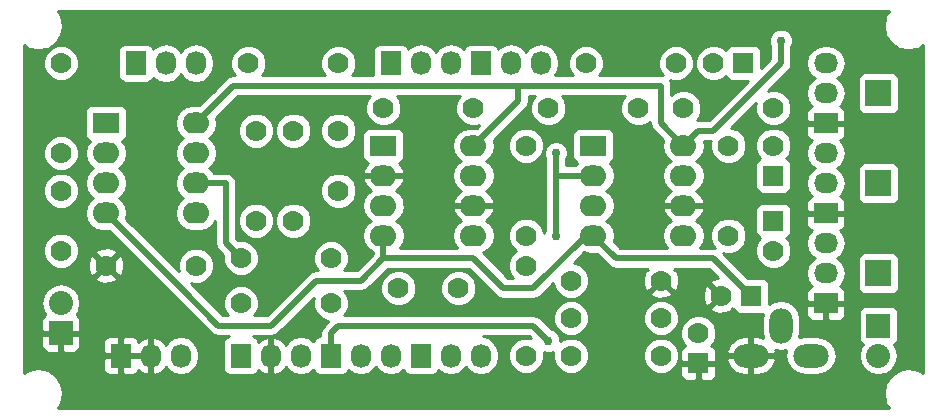
<source format=gtl>
%FSLAX46Y46*%
G04 Gerber Fmt 4.6, Leading zero omitted, Abs format (unit mm)*
G04 Created by KiCad (PCBNEW (2014-09-19 BZR 5142)-product) date 11/10/2014 22:22:43*
%MOMM*%
G01*
G04 APERTURE LIST*
%ADD10C,0.100000*%
%ADD11C,1.778000*%
%ADD12R,1.778000X1.778000*%
%ADD13R,2.032000X2.032000*%
%ADD14O,2.032000X2.032000*%
%ADD15R,2.235200X2.235200*%
%ADD16R,1.727200X2.032000*%
%ADD17O,1.727200X2.032000*%
%ADD18R,2.032000X1.727200*%
%ADD19O,2.032000X1.727200*%
%ADD20R,2.286000X1.778000*%
%ADD21O,2.286000X1.778000*%
%ADD22O,1.998980X2.999740*%
%ADD23O,2.999740X1.998980*%
%ADD24C,0.762000*%
%ADD25C,0.508000*%
%ADD26C,0.254000*%
G04 APERTURE END LIST*
D10*
D11*
X144145000Y-93980000D03*
X144145000Y-99060000D03*
X200025000Y-102870000D03*
D12*
X202565000Y-102870000D03*
D11*
X198120000Y-106045000D03*
D12*
X198120000Y-108585000D03*
D11*
X167640000Y-88900000D03*
X167640000Y-93980000D03*
X172720000Y-102235000D03*
X177800000Y-102235000D03*
X199390000Y-83185000D03*
D12*
X201930000Y-83185000D03*
D11*
X204470000Y-90170000D03*
D12*
X204470000Y-92710000D03*
D11*
X204470000Y-99060000D03*
D12*
X204470000Y-96520000D03*
D13*
X144145000Y-106045000D03*
D14*
X144145000Y-103505000D03*
D13*
X213360000Y-105410000D03*
D14*
X213360000Y-107950000D03*
D15*
X213360000Y-85725000D03*
X213360000Y-93345000D03*
X213360000Y-100965000D03*
D11*
X147955000Y-100330000D03*
X155575000Y-100330000D03*
X144145000Y-90805000D03*
X144145000Y-83185000D03*
X159385000Y-103505000D03*
X167005000Y-103505000D03*
X163830000Y-88900000D03*
X163830000Y-96520000D03*
X160655000Y-96520000D03*
X160655000Y-88900000D03*
X159385000Y-99695000D03*
X167005000Y-99695000D03*
X160020000Y-83185000D03*
X167640000Y-83185000D03*
X171450000Y-86995000D03*
X179070000Y-86995000D03*
X187325000Y-107950000D03*
X194945000Y-107950000D03*
X200660000Y-97790000D03*
X200660000Y-90170000D03*
X194945000Y-101600000D03*
X187325000Y-101600000D03*
X193040000Y-86995000D03*
X185420000Y-86995000D03*
X183515000Y-107950000D03*
X183515000Y-100330000D03*
X183515000Y-97790000D03*
X183515000Y-90170000D03*
X196215000Y-83185000D03*
X188595000Y-83185000D03*
X204470000Y-86995000D03*
X196850000Y-86995000D03*
X194945000Y-104775000D03*
X187325000Y-104775000D03*
D16*
X150495000Y-83185000D03*
D17*
X153035000Y-83185000D03*
X155575000Y-83185000D03*
D16*
X149225000Y-107950000D03*
D17*
X151765000Y-107950000D03*
X154305000Y-107950000D03*
D16*
X172085000Y-83185000D03*
D17*
X174625000Y-83185000D03*
X177165000Y-83185000D03*
D16*
X179705000Y-83185000D03*
D17*
X182245000Y-83185000D03*
X184785000Y-83185000D03*
D18*
X208915000Y-88265000D03*
D19*
X208915000Y-85725000D03*
X208915000Y-83185000D03*
D18*
X208915000Y-95885000D03*
D19*
X208915000Y-93345000D03*
X208915000Y-90805000D03*
D18*
X208915000Y-103505000D03*
D19*
X208915000Y-100965000D03*
X208915000Y-98425000D03*
D16*
X159385000Y-107950000D03*
D17*
X161925000Y-107950000D03*
X164465000Y-107950000D03*
D16*
X167005000Y-107950000D03*
D17*
X169545000Y-107950000D03*
X172085000Y-107950000D03*
D16*
X174625000Y-107950000D03*
D17*
X177165000Y-107950000D03*
X179705000Y-107950000D03*
D20*
X147955000Y-88265000D03*
D21*
X147955000Y-90805000D03*
X147955000Y-93345000D03*
X147955000Y-95885000D03*
X155575000Y-95885000D03*
X155575000Y-93345000D03*
X155575000Y-90805000D03*
X155575000Y-88265000D03*
D20*
X171450000Y-90170000D03*
D21*
X171450000Y-92710000D03*
X171450000Y-95250000D03*
X171450000Y-97790000D03*
X179070000Y-97790000D03*
X179070000Y-95250000D03*
X179070000Y-92710000D03*
X179070000Y-90170000D03*
D20*
X189230000Y-90170000D03*
D21*
X189230000Y-92710000D03*
X189230000Y-95250000D03*
X189230000Y-97790000D03*
X196850000Y-97790000D03*
X196850000Y-95250000D03*
X196850000Y-92710000D03*
X196850000Y-90170000D03*
D22*
X205105000Y-105410000D03*
D23*
X202565000Y-107950000D03*
X207645000Y-107950000D03*
D24*
X205105000Y-81280000D03*
X185420000Y-106680000D03*
X186055000Y-90805000D03*
X186055000Y-97790000D03*
D25*
X154305000Y-102235000D02*
X157480000Y-105410000D01*
X171450000Y-99695000D02*
X169545000Y-101600000D01*
X154305000Y-102235000D02*
X147955000Y-95885000D01*
X165735000Y-101600000D02*
X169545000Y-101600000D01*
X161925000Y-105410000D02*
X165735000Y-101600000D01*
X161290000Y-105410000D02*
X161925000Y-105410000D01*
X157480000Y-105410000D02*
X161290000Y-105410000D01*
X189230000Y-97790000D02*
X191135000Y-99695000D01*
X199390000Y-99695000D02*
X202565000Y-102870000D01*
X191135000Y-99695000D02*
X199390000Y-99695000D01*
X171450000Y-99695000D02*
X179070000Y-99695000D01*
X179070000Y-99695000D02*
X181610000Y-102235000D01*
X181610000Y-102235000D02*
X184150000Y-102235000D01*
X184150000Y-102235000D02*
X188595000Y-97790000D01*
X188595000Y-97790000D02*
X189230000Y-97790000D01*
X171450000Y-99695000D02*
X171450000Y-97790000D01*
X198120000Y-88900000D02*
X196850000Y-90170000D01*
X199390000Y-88900000D02*
X198120000Y-88900000D01*
X205105000Y-83185000D02*
X199390000Y-88900000D01*
X205105000Y-81280000D02*
X205105000Y-83185000D01*
X179070000Y-90170000D02*
X182880000Y-86360000D01*
X182880000Y-86360000D02*
X182880000Y-85090000D01*
X155575000Y-88265000D02*
X158750000Y-85090000D01*
X194945000Y-88265000D02*
X196850000Y-90170000D01*
X182880000Y-85090000D02*
X194945000Y-85090000D01*
X194945000Y-85090000D02*
X194945000Y-88265000D01*
X158750000Y-85090000D02*
X182880000Y-85090000D01*
X159385000Y-99695000D02*
X158115000Y-98425000D01*
X158115000Y-93345000D02*
X155575000Y-93345000D01*
X158115000Y-98425000D02*
X158115000Y-93345000D01*
X155575000Y-93345000D02*
X155829000Y-93345000D01*
X185420000Y-106680000D02*
X184150000Y-105410000D01*
X184150000Y-105410000D02*
X167640000Y-105410000D01*
X167640000Y-105410000D02*
X167005000Y-106045000D01*
X167005000Y-106045000D02*
X167005000Y-107950000D01*
X186055000Y-92710000D02*
X186055000Y-90805000D01*
X186055000Y-92710000D02*
X186055000Y-97790000D01*
X186055000Y-92710000D02*
X189230000Y-92710000D01*
D26*
G36*
X217120000Y-109457275D02*
X216705512Y-109180323D01*
X215900000Y-109020097D01*
X215112600Y-109176720D01*
X215112600Y-102208910D01*
X215112600Y-101956291D01*
X215112600Y-99721091D01*
X215112600Y-94588910D01*
X215112600Y-94336291D01*
X215112600Y-92101091D01*
X215112600Y-86968910D01*
X215112600Y-86716291D01*
X215112600Y-84481091D01*
X215015927Y-84247702D01*
X214837299Y-84069073D01*
X214603910Y-83972400D01*
X214351291Y-83972400D01*
X212116091Y-83972400D01*
X211882702Y-84069073D01*
X211704073Y-84247701D01*
X211607400Y-84481090D01*
X211607400Y-84733709D01*
X211607400Y-86968909D01*
X211704073Y-87202298D01*
X211882701Y-87380927D01*
X212116090Y-87477600D01*
X212368709Y-87477600D01*
X214603909Y-87477600D01*
X214837298Y-87380927D01*
X215015927Y-87202299D01*
X215112600Y-86968910D01*
X215112600Y-92101091D01*
X215015927Y-91867702D01*
X214837299Y-91689073D01*
X214603910Y-91592400D01*
X214351291Y-91592400D01*
X212116091Y-91592400D01*
X211882702Y-91689073D01*
X211704073Y-91867701D01*
X211607400Y-92101090D01*
X211607400Y-92353709D01*
X211607400Y-94588909D01*
X211704073Y-94822298D01*
X211882701Y-95000927D01*
X212116090Y-95097600D01*
X212368709Y-95097600D01*
X214603909Y-95097600D01*
X214837298Y-95000927D01*
X215015927Y-94822299D01*
X215112600Y-94588910D01*
X215112600Y-99721091D01*
X215015927Y-99487702D01*
X214837299Y-99309073D01*
X214603910Y-99212400D01*
X214351291Y-99212400D01*
X212116091Y-99212400D01*
X211882702Y-99309073D01*
X211704073Y-99487701D01*
X211607400Y-99721090D01*
X211607400Y-99973709D01*
X211607400Y-102208909D01*
X211704073Y-102442298D01*
X211882701Y-102620927D01*
X212116090Y-102717600D01*
X212368709Y-102717600D01*
X214603909Y-102717600D01*
X214837298Y-102620927D01*
X215015927Y-102442299D01*
X215112600Y-102208910D01*
X215112600Y-109176720D01*
X215094488Y-109180323D01*
X215011000Y-109236108D01*
X215011000Y-107982345D01*
X215011000Y-107917655D01*
X214885325Y-107285845D01*
X214684628Y-106985480D01*
X214735698Y-106964327D01*
X214914327Y-106785699D01*
X215011000Y-106552310D01*
X215011000Y-106299691D01*
X215011000Y-104267691D01*
X214914327Y-104034302D01*
X214735699Y-103855673D01*
X214502310Y-103759000D01*
X214249691Y-103759000D01*
X212217691Y-103759000D01*
X211984302Y-103855673D01*
X211805673Y-104034301D01*
X211709000Y-104267690D01*
X211709000Y-104520309D01*
X211709000Y-106552309D01*
X211805673Y-106785698D01*
X211984301Y-106964327D01*
X212035371Y-106985481D01*
X211834675Y-107285845D01*
X211709000Y-107917655D01*
X211709000Y-107982345D01*
X211834675Y-108614155D01*
X212192567Y-109149778D01*
X212728190Y-109507670D01*
X213360000Y-109633345D01*
X213991810Y-109507670D01*
X214527433Y-109149778D01*
X214885325Y-108614155D01*
X215011000Y-107982345D01*
X215011000Y-109236108D01*
X214411609Y-109636609D01*
X213955323Y-110319488D01*
X213795097Y-111125000D01*
X213955323Y-111930512D01*
X214232275Y-112345000D01*
X210598345Y-112345000D01*
X210598345Y-100965000D01*
X210484271Y-100391511D01*
X210159415Y-99905330D01*
X209844634Y-99695000D01*
X210159415Y-99484670D01*
X210484271Y-98998489D01*
X210598345Y-98425000D01*
X210598345Y-93345000D01*
X210484271Y-92771511D01*
X210159415Y-92285330D01*
X209844634Y-92075000D01*
X210159415Y-91864670D01*
X210484271Y-91378489D01*
X210598345Y-90805000D01*
X210598345Y-85725000D01*
X210484271Y-85151511D01*
X210159415Y-84665330D01*
X209844634Y-84455000D01*
X210159415Y-84244670D01*
X210484271Y-83758489D01*
X210598345Y-83185000D01*
X210484271Y-82611511D01*
X210159415Y-82125330D01*
X209673234Y-81800474D01*
X209099745Y-81686400D01*
X208730255Y-81686400D01*
X208156766Y-81800474D01*
X207670585Y-82125330D01*
X207345729Y-82611511D01*
X207231655Y-83185000D01*
X207345729Y-83758489D01*
X207670585Y-84244670D01*
X207985365Y-84455000D01*
X207670585Y-84665330D01*
X207345729Y-85151511D01*
X207231655Y-85725000D01*
X207345729Y-86298489D01*
X207670585Y-86784670D01*
X207692779Y-86799499D01*
X207539301Y-86863073D01*
X207360673Y-87041702D01*
X207264000Y-87275091D01*
X207264000Y-87979250D01*
X207422750Y-88138000D01*
X208788000Y-88138000D01*
X208788000Y-88118000D01*
X209042000Y-88118000D01*
X209042000Y-88138000D01*
X210407250Y-88138000D01*
X210566000Y-87979250D01*
X210566000Y-87275091D01*
X210469327Y-87041702D01*
X210290699Y-86863073D01*
X210137220Y-86799499D01*
X210159415Y-86784670D01*
X210484271Y-86298489D01*
X210598345Y-85725000D01*
X210598345Y-90805000D01*
X210484271Y-90231511D01*
X210159415Y-89745330D01*
X210137220Y-89730500D01*
X210290699Y-89666927D01*
X210469327Y-89488298D01*
X210566000Y-89254909D01*
X210566000Y-88550750D01*
X210407250Y-88392000D01*
X209042000Y-88392000D01*
X209042000Y-88412000D01*
X208788000Y-88412000D01*
X208788000Y-88392000D01*
X207422750Y-88392000D01*
X207264000Y-88550750D01*
X207264000Y-89254909D01*
X207360673Y-89488298D01*
X207539301Y-89666927D01*
X207692779Y-89730500D01*
X207670585Y-89745330D01*
X207345729Y-90231511D01*
X207231655Y-90805000D01*
X207345729Y-91378489D01*
X207670585Y-91864670D01*
X207985365Y-92075000D01*
X207670585Y-92285330D01*
X207345729Y-92771511D01*
X207231655Y-93345000D01*
X207345729Y-93918489D01*
X207670585Y-94404670D01*
X207692779Y-94419499D01*
X207539301Y-94483073D01*
X207360673Y-94661702D01*
X207264000Y-94895091D01*
X207264000Y-95599250D01*
X207422750Y-95758000D01*
X208788000Y-95758000D01*
X208788000Y-95738000D01*
X209042000Y-95738000D01*
X209042000Y-95758000D01*
X210407250Y-95758000D01*
X210566000Y-95599250D01*
X210566000Y-94895091D01*
X210469327Y-94661702D01*
X210290699Y-94483073D01*
X210137220Y-94419499D01*
X210159415Y-94404670D01*
X210484271Y-93918489D01*
X210598345Y-93345000D01*
X210598345Y-98425000D01*
X210484271Y-97851511D01*
X210159415Y-97365330D01*
X210137220Y-97350500D01*
X210290699Y-97286927D01*
X210469327Y-97108298D01*
X210566000Y-96874909D01*
X210566000Y-96170750D01*
X210407250Y-96012000D01*
X209042000Y-96012000D01*
X209042000Y-96032000D01*
X208788000Y-96032000D01*
X208788000Y-96012000D01*
X207422750Y-96012000D01*
X207264000Y-96170750D01*
X207264000Y-96874909D01*
X207360673Y-97108298D01*
X207539301Y-97286927D01*
X207692779Y-97350500D01*
X207670585Y-97365330D01*
X207345729Y-97851511D01*
X207231655Y-98425000D01*
X207345729Y-98998489D01*
X207670585Y-99484670D01*
X207985365Y-99695000D01*
X207670585Y-99905330D01*
X207345729Y-100391511D01*
X207231655Y-100965000D01*
X207345729Y-101538489D01*
X207670585Y-102024670D01*
X207692779Y-102039499D01*
X207539301Y-102103073D01*
X207360673Y-102281702D01*
X207264000Y-102515091D01*
X207264000Y-103219250D01*
X207422750Y-103378000D01*
X208788000Y-103378000D01*
X208788000Y-103358000D01*
X209042000Y-103358000D01*
X209042000Y-103378000D01*
X210407250Y-103378000D01*
X210566000Y-103219250D01*
X210566000Y-102515091D01*
X210469327Y-102281702D01*
X210290699Y-102103073D01*
X210137220Y-102039499D01*
X210159415Y-102024670D01*
X210484271Y-101538489D01*
X210598345Y-100965000D01*
X210598345Y-112345000D01*
X210566000Y-112345000D01*
X210566000Y-104494909D01*
X210566000Y-103790750D01*
X210407250Y-103632000D01*
X209042000Y-103632000D01*
X209042000Y-104844850D01*
X209200750Y-105003600D01*
X209804691Y-105003600D01*
X210057310Y-105003600D01*
X210290699Y-104906927D01*
X210469327Y-104728298D01*
X210566000Y-104494909D01*
X210566000Y-112345000D01*
X209821695Y-112345000D01*
X209821695Y-107950000D01*
X209697277Y-107324508D01*
X209342964Y-106794241D01*
X208812697Y-106439928D01*
X208788000Y-106435015D01*
X208788000Y-104844850D01*
X208788000Y-103632000D01*
X207422750Y-103632000D01*
X207264000Y-103790750D01*
X207264000Y-104494909D01*
X207360673Y-104728298D01*
X207539301Y-104906927D01*
X207772690Y-105003600D01*
X208025309Y-105003600D01*
X208629250Y-105003600D01*
X208788000Y-104844850D01*
X208788000Y-106435015D01*
X208187205Y-106315510D01*
X207102795Y-106315510D01*
X206649280Y-106405719D01*
X206739490Y-105952205D01*
X206739490Y-104867795D01*
X206615072Y-104242303D01*
X206260759Y-103712036D01*
X206121176Y-103618769D01*
X206121176Y-81078792D01*
X205966825Y-80705234D01*
X205681269Y-80419179D01*
X205307982Y-80264176D01*
X204903792Y-80263824D01*
X204530234Y-80418175D01*
X204244179Y-80703731D01*
X204089176Y-81077018D01*
X204088824Y-81481208D01*
X204216000Y-81788997D01*
X204216000Y-82816764D01*
X203454000Y-83578764D01*
X203454000Y-82169691D01*
X203357327Y-81936302D01*
X203178699Y-81757673D01*
X202945310Y-81661000D01*
X202692691Y-81661000D01*
X200914691Y-81661000D01*
X200681302Y-81757673D01*
X200502673Y-81936301D01*
X200442317Y-82082011D01*
X200254404Y-81893769D01*
X199694472Y-81661265D01*
X199088188Y-81660736D01*
X198527851Y-81892262D01*
X198098769Y-82320596D01*
X197866265Y-82880528D01*
X197865736Y-83486812D01*
X198097262Y-84047149D01*
X198525596Y-84476231D01*
X199085528Y-84708735D01*
X199691812Y-84709264D01*
X200252149Y-84477738D01*
X200442292Y-84287926D01*
X200502673Y-84433698D01*
X200681301Y-84612327D01*
X200914690Y-84709000D01*
X201167309Y-84709000D01*
X202323764Y-84709000D01*
X199021764Y-88011000D01*
X198120000Y-88011000D01*
X197956863Y-88043449D01*
X198141231Y-87859404D01*
X198373735Y-87299472D01*
X198374264Y-86693188D01*
X198142738Y-86132851D01*
X197714404Y-85703769D01*
X197154472Y-85471265D01*
X196548188Y-85470736D01*
X195987851Y-85702262D01*
X195834000Y-85855844D01*
X195834000Y-85090000D01*
X195766329Y-84749794D01*
X195672988Y-84610099D01*
X195910528Y-84708735D01*
X196516812Y-84709264D01*
X197077149Y-84477738D01*
X197506231Y-84049404D01*
X197738735Y-83489472D01*
X197739264Y-82883188D01*
X197507738Y-82322851D01*
X197079404Y-81893769D01*
X196519472Y-81661265D01*
X195913188Y-81660736D01*
X195352851Y-81892262D01*
X194923769Y-82320596D01*
X194691265Y-82880528D01*
X194690736Y-83486812D01*
X194922262Y-84047149D01*
X195108263Y-84233474D01*
X194945000Y-84201000D01*
X189734370Y-84201000D01*
X189886231Y-84049404D01*
X190118735Y-83489472D01*
X190119264Y-82883188D01*
X189887738Y-82322851D01*
X189459404Y-81893769D01*
X188899472Y-81661265D01*
X188293188Y-81660736D01*
X187732851Y-81892262D01*
X187303769Y-82320596D01*
X187071265Y-82880528D01*
X187070736Y-83486812D01*
X187302262Y-84047149D01*
X187455844Y-84201000D01*
X185997292Y-84201000D01*
X186169526Y-83943234D01*
X186283600Y-83369745D01*
X186283600Y-83000255D01*
X186169526Y-82426766D01*
X185844670Y-81940585D01*
X185358489Y-81615729D01*
X184785000Y-81501655D01*
X184211511Y-81615729D01*
X183725330Y-81940585D01*
X183515000Y-82255365D01*
X183304670Y-81940585D01*
X182818489Y-81615729D01*
X182245000Y-81501655D01*
X181671511Y-81615729D01*
X181185330Y-81940585D01*
X181170499Y-81962780D01*
X181106927Y-81809302D01*
X180928299Y-81630673D01*
X180694910Y-81534000D01*
X180442291Y-81534000D01*
X178715091Y-81534000D01*
X178481702Y-81630673D01*
X178303073Y-81809301D01*
X178239499Y-81962779D01*
X178224670Y-81940585D01*
X177738489Y-81615729D01*
X177165000Y-81501655D01*
X176591511Y-81615729D01*
X176105330Y-81940585D01*
X175895000Y-82255365D01*
X175684670Y-81940585D01*
X175198489Y-81615729D01*
X174625000Y-81501655D01*
X174051511Y-81615729D01*
X173565330Y-81940585D01*
X173550499Y-81962780D01*
X173486927Y-81809302D01*
X173308299Y-81630673D01*
X173074910Y-81534000D01*
X172822291Y-81534000D01*
X171095091Y-81534000D01*
X170861702Y-81630673D01*
X170683073Y-81809301D01*
X170586400Y-82042690D01*
X170586400Y-82295309D01*
X170586400Y-84201000D01*
X168779370Y-84201000D01*
X168931231Y-84049404D01*
X169163735Y-83489472D01*
X169164264Y-82883188D01*
X168932738Y-82322851D01*
X168504404Y-81893769D01*
X167944472Y-81661265D01*
X167338188Y-81660736D01*
X166777851Y-81892262D01*
X166348769Y-82320596D01*
X166116265Y-82880528D01*
X166115736Y-83486812D01*
X166347262Y-84047149D01*
X166500844Y-84201000D01*
X161159370Y-84201000D01*
X161311231Y-84049404D01*
X161543735Y-83489472D01*
X161544264Y-82883188D01*
X161312738Y-82322851D01*
X160884404Y-81893769D01*
X160324472Y-81661265D01*
X159718188Y-81660736D01*
X159157851Y-81892262D01*
X158728769Y-82320596D01*
X158496265Y-82880528D01*
X158495736Y-83486812D01*
X158727262Y-84047149D01*
X158880844Y-84201000D01*
X158750000Y-84201000D01*
X158409794Y-84268671D01*
X158121382Y-84461382D01*
X157073600Y-85509164D01*
X157073600Y-83369745D01*
X157073600Y-83000255D01*
X156959526Y-82426766D01*
X156634670Y-81940585D01*
X156148489Y-81615729D01*
X155575000Y-81501655D01*
X155001511Y-81615729D01*
X154515330Y-81940585D01*
X154305000Y-82255365D01*
X154094670Y-81940585D01*
X153608489Y-81615729D01*
X153035000Y-81501655D01*
X152461511Y-81615729D01*
X151975330Y-81940585D01*
X151960499Y-81962780D01*
X151896927Y-81809302D01*
X151718299Y-81630673D01*
X151484910Y-81534000D01*
X151232291Y-81534000D01*
X149505091Y-81534000D01*
X149271702Y-81630673D01*
X149093073Y-81809301D01*
X148996400Y-82042690D01*
X148996400Y-82295309D01*
X148996400Y-84327309D01*
X149093073Y-84560698D01*
X149271701Y-84739327D01*
X149505090Y-84836000D01*
X149757709Y-84836000D01*
X151484909Y-84836000D01*
X151718298Y-84739327D01*
X151896927Y-84560699D01*
X151960500Y-84407220D01*
X151975330Y-84429415D01*
X152461511Y-84754271D01*
X153035000Y-84868345D01*
X153608489Y-84754271D01*
X154094670Y-84429415D01*
X154305000Y-84114634D01*
X154515330Y-84429415D01*
X155001511Y-84754271D01*
X155575000Y-84868345D01*
X156148489Y-84754271D01*
X156634670Y-84429415D01*
X156959526Y-83943234D01*
X157073600Y-83369745D01*
X157073600Y-85509164D01*
X155841764Y-86741000D01*
X155286167Y-86741000D01*
X154702957Y-86857008D01*
X154208536Y-87187369D01*
X153878175Y-87681790D01*
X153762167Y-88265000D01*
X153878175Y-88848210D01*
X154208536Y-89342631D01*
X154496437Y-89535000D01*
X154208536Y-89727369D01*
X153878175Y-90221790D01*
X153762167Y-90805000D01*
X153878175Y-91388210D01*
X154208536Y-91882631D01*
X154496437Y-92075000D01*
X154208536Y-92267369D01*
X153878175Y-92761790D01*
X153762167Y-93345000D01*
X153878175Y-93928210D01*
X154208536Y-94422631D01*
X154496437Y-94615000D01*
X154208536Y-94807369D01*
X153878175Y-95301790D01*
X153762167Y-95885000D01*
X153878175Y-96468210D01*
X154208536Y-96962631D01*
X154702957Y-97292992D01*
X155286167Y-97409000D01*
X155863833Y-97409000D01*
X156447043Y-97292992D01*
X156941464Y-96962631D01*
X157226000Y-96536792D01*
X157226000Y-98425000D01*
X157293671Y-98765206D01*
X157486382Y-99053618D01*
X157861231Y-99428467D01*
X157860736Y-99996812D01*
X158092262Y-100557149D01*
X158520596Y-100986231D01*
X159080528Y-101218735D01*
X159686812Y-101219264D01*
X160247149Y-100987738D01*
X160676231Y-100559404D01*
X160908735Y-99999472D01*
X160909264Y-99393188D01*
X160677738Y-98832851D01*
X160249404Y-98403769D01*
X159689472Y-98171265D01*
X159118002Y-98170766D01*
X159004000Y-98056764D01*
X159004000Y-93345000D01*
X158936329Y-93004794D01*
X158743618Y-92716382D01*
X158455206Y-92523671D01*
X158115000Y-92456000D01*
X157067502Y-92456000D01*
X156941464Y-92267369D01*
X156653562Y-92075000D01*
X156941464Y-91882631D01*
X157271825Y-91388210D01*
X157387833Y-90805000D01*
X157271825Y-90221790D01*
X156941464Y-89727369D01*
X156653562Y-89535000D01*
X156941464Y-89342631D01*
X157271825Y-88848210D01*
X157387833Y-88265000D01*
X157295653Y-87801582D01*
X159118236Y-85979000D01*
X170310629Y-85979000D01*
X170158769Y-86130596D01*
X169926265Y-86690528D01*
X169925736Y-87296812D01*
X170157262Y-87857149D01*
X170585596Y-88286231D01*
X171145528Y-88518735D01*
X171751812Y-88519264D01*
X172312149Y-88287738D01*
X172741231Y-87859404D01*
X172973735Y-87299472D01*
X172974264Y-86693188D01*
X172742738Y-86132851D01*
X172589155Y-85979000D01*
X177930629Y-85979000D01*
X177778769Y-86130596D01*
X177546265Y-86690528D01*
X177545736Y-87296812D01*
X177777262Y-87857149D01*
X178205596Y-88286231D01*
X178765528Y-88518735D01*
X179371812Y-88519264D01*
X179528060Y-88454703D01*
X179336764Y-88646000D01*
X178781167Y-88646000D01*
X178197957Y-88762008D01*
X177703536Y-89092369D01*
X177373175Y-89586790D01*
X177257167Y-90170000D01*
X177373175Y-90753210D01*
X177703536Y-91247631D01*
X177991437Y-91440000D01*
X177703536Y-91632369D01*
X177373175Y-92126790D01*
X177257167Y-92710000D01*
X177373175Y-93293210D01*
X177703536Y-93787631D01*
X177997794Y-93984247D01*
X177648567Y-94262171D01*
X177359407Y-94784122D01*
X177335866Y-94886987D01*
X177456670Y-95123000D01*
X178943000Y-95123000D01*
X178943000Y-95103000D01*
X179197000Y-95103000D01*
X179197000Y-95123000D01*
X180683330Y-95123000D01*
X180804134Y-94886987D01*
X180780593Y-94784122D01*
X180491433Y-94262171D01*
X180142205Y-93984247D01*
X180436464Y-93787631D01*
X180766825Y-93293210D01*
X180882833Y-92710000D01*
X180766825Y-92126790D01*
X180436464Y-91632369D01*
X180148562Y-91440000D01*
X180436464Y-91247631D01*
X180766825Y-90753210D01*
X180882833Y-90170000D01*
X180790653Y-89706582D01*
X183508618Y-86988618D01*
X183701329Y-86700206D01*
X183701330Y-86700205D01*
X183769000Y-86360000D01*
X183769000Y-85979000D01*
X184280629Y-85979000D01*
X184128769Y-86130596D01*
X183896265Y-86690528D01*
X183895736Y-87296812D01*
X184127262Y-87857149D01*
X184555596Y-88286231D01*
X185115528Y-88518735D01*
X185721812Y-88519264D01*
X186282149Y-88287738D01*
X186711231Y-87859404D01*
X186943735Y-87299472D01*
X186944264Y-86693188D01*
X186712738Y-86132851D01*
X186559155Y-85979000D01*
X191900629Y-85979000D01*
X191748769Y-86130596D01*
X191516265Y-86690528D01*
X191515736Y-87296812D01*
X191747262Y-87857149D01*
X192175596Y-88286231D01*
X192735528Y-88518735D01*
X193341812Y-88519264D01*
X193902149Y-88287738D01*
X194056000Y-88134155D01*
X194056000Y-88265000D01*
X194123671Y-88605206D01*
X194316382Y-88893618D01*
X195129346Y-89706582D01*
X195037167Y-90170000D01*
X195153175Y-90753210D01*
X195483536Y-91247631D01*
X195771437Y-91440000D01*
X195483536Y-91632369D01*
X195153175Y-92126790D01*
X195037167Y-92710000D01*
X195153175Y-93293210D01*
X195483536Y-93787631D01*
X195777794Y-93984247D01*
X195428567Y-94262171D01*
X195139407Y-94784122D01*
X195115866Y-94886987D01*
X195236670Y-95123000D01*
X196723000Y-95123000D01*
X196723000Y-95103000D01*
X196977000Y-95103000D01*
X196977000Y-95123000D01*
X198463330Y-95123000D01*
X198584134Y-94886987D01*
X198560593Y-94784122D01*
X198271433Y-94262171D01*
X197922205Y-93984247D01*
X198216464Y-93787631D01*
X198546825Y-93293210D01*
X198662833Y-92710000D01*
X198546825Y-92126790D01*
X198216464Y-91632369D01*
X197928562Y-91440000D01*
X198216464Y-91247631D01*
X198546825Y-90753210D01*
X198662833Y-90170000D01*
X198587047Y-89789000D01*
X199168042Y-89789000D01*
X199136265Y-89865528D01*
X199135736Y-90471812D01*
X199367262Y-91032149D01*
X199795596Y-91461231D01*
X200355528Y-91693735D01*
X200961812Y-91694264D01*
X201522149Y-91462738D01*
X201951231Y-91034404D01*
X202183735Y-90474472D01*
X202184264Y-89868188D01*
X201952738Y-89307851D01*
X201524404Y-88878769D01*
X200964472Y-88646265D01*
X200901026Y-88646209D01*
X203009858Y-86537377D01*
X202946265Y-86690528D01*
X202945736Y-87296812D01*
X203177262Y-87857149D01*
X203605596Y-88286231D01*
X204165528Y-88518735D01*
X204771812Y-88519264D01*
X205332149Y-88287738D01*
X205761231Y-87859404D01*
X205993735Y-87299472D01*
X205994264Y-86693188D01*
X205762738Y-86132851D01*
X205334404Y-85703769D01*
X204774472Y-85471265D01*
X204168188Y-85470736D01*
X204011939Y-85535296D01*
X205733618Y-83813618D01*
X205926329Y-83525206D01*
X205926330Y-83525205D01*
X205994000Y-83185000D01*
X205994000Y-81788406D01*
X206120824Y-81482982D01*
X206121176Y-81078792D01*
X206121176Y-103618769D01*
X205994264Y-103533969D01*
X205994264Y-98758188D01*
X205994264Y-89868188D01*
X205762738Y-89307851D01*
X205334404Y-88878769D01*
X204774472Y-88646265D01*
X204168188Y-88645736D01*
X203607851Y-88877262D01*
X203178769Y-89305596D01*
X202946265Y-89865528D01*
X202945736Y-90471812D01*
X203177262Y-91032149D01*
X203367073Y-91222292D01*
X203221302Y-91282673D01*
X203042673Y-91461301D01*
X202946000Y-91694690D01*
X202946000Y-91947309D01*
X202946000Y-93725309D01*
X203042673Y-93958698D01*
X203221301Y-94137327D01*
X203454690Y-94234000D01*
X203707309Y-94234000D01*
X205485309Y-94234000D01*
X205718698Y-94137327D01*
X205897327Y-93958699D01*
X205994000Y-93725310D01*
X205994000Y-93472691D01*
X205994000Y-91694691D01*
X205897327Y-91461302D01*
X205718699Y-91282673D01*
X205572988Y-91222317D01*
X205761231Y-91034404D01*
X205993735Y-90474472D01*
X205994264Y-89868188D01*
X205994264Y-98758188D01*
X205762738Y-98197851D01*
X205572926Y-98007707D01*
X205718698Y-97947327D01*
X205897327Y-97768699D01*
X205994000Y-97535310D01*
X205994000Y-97282691D01*
X205994000Y-95504691D01*
X205897327Y-95271302D01*
X205718699Y-95092673D01*
X205485310Y-94996000D01*
X205232691Y-94996000D01*
X203454691Y-94996000D01*
X203221302Y-95092673D01*
X203042673Y-95271301D01*
X202946000Y-95504690D01*
X202946000Y-95757309D01*
X202946000Y-97535309D01*
X203042673Y-97768698D01*
X203221301Y-97947327D01*
X203367011Y-98007682D01*
X203178769Y-98195596D01*
X202946265Y-98755528D01*
X202945736Y-99361812D01*
X203177262Y-99922149D01*
X203605596Y-100351231D01*
X204165528Y-100583735D01*
X204771812Y-100584264D01*
X205332149Y-100352738D01*
X205761231Y-99924404D01*
X205993735Y-99364472D01*
X205994264Y-98758188D01*
X205994264Y-103533969D01*
X205730492Y-103357723D01*
X205105000Y-103233305D01*
X204479508Y-103357723D01*
X204089000Y-103618652D01*
X204089000Y-101854691D01*
X203992327Y-101621302D01*
X203813699Y-101442673D01*
X203580310Y-101346000D01*
X203327691Y-101346000D01*
X202298236Y-101346000D01*
X200202377Y-99250141D01*
X200355528Y-99313735D01*
X200961812Y-99314264D01*
X201522149Y-99082738D01*
X201951231Y-98654404D01*
X202183735Y-98094472D01*
X202184264Y-97488188D01*
X201952738Y-96927851D01*
X201524404Y-96498769D01*
X200964472Y-96266265D01*
X200358188Y-96265736D01*
X199797851Y-96497262D01*
X199368769Y-96925596D01*
X199136265Y-97485528D01*
X199135736Y-98091812D01*
X199367262Y-98652149D01*
X199553263Y-98838474D01*
X199390000Y-98806000D01*
X198257644Y-98806000D01*
X198546825Y-98373210D01*
X198662833Y-97790000D01*
X198546825Y-97206790D01*
X198216464Y-96712369D01*
X197922205Y-96515752D01*
X198271433Y-96237829D01*
X198560593Y-95715878D01*
X198584134Y-95613013D01*
X198463330Y-95377000D01*
X196977000Y-95377000D01*
X196977000Y-95397000D01*
X196723000Y-95397000D01*
X196723000Y-95377000D01*
X195236670Y-95377000D01*
X195115866Y-95613013D01*
X195139407Y-95715878D01*
X195428567Y-96237829D01*
X195777794Y-96515752D01*
X195483536Y-96712369D01*
X195153175Y-97206790D01*
X195037167Y-97790000D01*
X195153175Y-98373210D01*
X195442355Y-98806000D01*
X191503236Y-98806000D01*
X190950653Y-98253417D01*
X191042833Y-97790000D01*
X190926825Y-97206790D01*
X190596464Y-96712369D01*
X190308562Y-96520000D01*
X190596464Y-96327631D01*
X190926825Y-95833210D01*
X191042833Y-95250000D01*
X190926825Y-94666790D01*
X190596464Y-94172369D01*
X190308562Y-93980000D01*
X190596464Y-93787631D01*
X190926825Y-93293210D01*
X191042833Y-92710000D01*
X190926825Y-92126790D01*
X190607657Y-91649120D01*
X190732698Y-91597327D01*
X190911327Y-91418699D01*
X191008000Y-91185310D01*
X191008000Y-90932691D01*
X191008000Y-89154691D01*
X190911327Y-88921302D01*
X190732699Y-88742673D01*
X190499310Y-88646000D01*
X190246691Y-88646000D01*
X187960691Y-88646000D01*
X187727302Y-88742673D01*
X187548673Y-88921301D01*
X187452000Y-89154690D01*
X187452000Y-89407309D01*
X187452000Y-91185309D01*
X187548673Y-91418698D01*
X187727301Y-91597327D01*
X187852342Y-91649121D01*
X187737497Y-91821000D01*
X186944000Y-91821000D01*
X186944000Y-91313406D01*
X187070824Y-91007982D01*
X187071176Y-90603792D01*
X186916825Y-90230234D01*
X186631269Y-89944179D01*
X186257982Y-89789176D01*
X185853792Y-89788824D01*
X185480234Y-89943175D01*
X185194179Y-90228731D01*
X185039264Y-90601806D01*
X185039264Y-89868188D01*
X184807738Y-89307851D01*
X184379404Y-88878769D01*
X183819472Y-88646265D01*
X183213188Y-88645736D01*
X182652851Y-88877262D01*
X182223769Y-89305596D01*
X181991265Y-89865528D01*
X181990736Y-90471812D01*
X182222262Y-91032149D01*
X182650596Y-91461231D01*
X183210528Y-91693735D01*
X183816812Y-91694264D01*
X184377149Y-91462738D01*
X184806231Y-91034404D01*
X185038735Y-90474472D01*
X185039264Y-89868188D01*
X185039264Y-90601806D01*
X185039176Y-90602018D01*
X185038824Y-91006208D01*
X185166000Y-91313997D01*
X185166000Y-92710000D01*
X185166000Y-97281593D01*
X185039177Y-97587013D01*
X185039264Y-97488188D01*
X184807738Y-96927851D01*
X184379404Y-96498769D01*
X183819472Y-96266265D01*
X183213188Y-96265736D01*
X182652851Y-96497262D01*
X182223769Y-96925596D01*
X181991265Y-97485528D01*
X181990736Y-98091812D01*
X182222262Y-98652149D01*
X182629737Y-99060335D01*
X182223769Y-99465596D01*
X181991265Y-100025528D01*
X181990736Y-100631812D01*
X182222262Y-101192149D01*
X182375844Y-101346000D01*
X181978236Y-101346000D01*
X179848779Y-99216543D01*
X179942043Y-99197992D01*
X180436464Y-98867631D01*
X180766825Y-98373210D01*
X180882833Y-97790000D01*
X180766825Y-97206790D01*
X180436464Y-96712369D01*
X180142205Y-96515752D01*
X180491433Y-96237829D01*
X180780593Y-95715878D01*
X180804134Y-95613013D01*
X180683330Y-95377000D01*
X179197000Y-95377000D01*
X179197000Y-95397000D01*
X178943000Y-95397000D01*
X178943000Y-95377000D01*
X177456670Y-95377000D01*
X177335866Y-95613013D01*
X177359407Y-95715878D01*
X177648567Y-96237829D01*
X177997794Y-96515752D01*
X177703536Y-96712369D01*
X177373175Y-97206790D01*
X177257167Y-97790000D01*
X177373175Y-98373210D01*
X177662355Y-98806000D01*
X172857644Y-98806000D01*
X173146825Y-98373210D01*
X173262833Y-97790000D01*
X173146825Y-97206790D01*
X172816464Y-96712369D01*
X172528562Y-96520000D01*
X172816464Y-96327631D01*
X173146825Y-95833210D01*
X173262833Y-95250000D01*
X173228000Y-95074883D01*
X173228000Y-91185310D01*
X173228000Y-90932691D01*
X173228000Y-89154691D01*
X173131327Y-88921302D01*
X172952699Y-88742673D01*
X172719310Y-88646000D01*
X172466691Y-88646000D01*
X170180691Y-88646000D01*
X169947302Y-88742673D01*
X169768673Y-88921301D01*
X169672000Y-89154690D01*
X169672000Y-89407309D01*
X169672000Y-91185309D01*
X169768673Y-91418698D01*
X169947301Y-91597327D01*
X170103922Y-91662201D01*
X170028567Y-91722171D01*
X169739407Y-92244122D01*
X169715866Y-92346987D01*
X169836670Y-92583000D01*
X171323000Y-92583000D01*
X171323000Y-92563000D01*
X171577000Y-92563000D01*
X171577000Y-92583000D01*
X173063330Y-92583000D01*
X173184134Y-92346987D01*
X173160593Y-92244122D01*
X172871433Y-91722171D01*
X172796077Y-91662201D01*
X172952698Y-91597327D01*
X173131327Y-91418699D01*
X173228000Y-91185310D01*
X173228000Y-95074883D01*
X173146825Y-94666790D01*
X172816464Y-94172369D01*
X172522205Y-93975752D01*
X172871433Y-93697829D01*
X173160593Y-93175878D01*
X173184134Y-93073013D01*
X173063330Y-92837000D01*
X171577000Y-92837000D01*
X171577000Y-92857000D01*
X171323000Y-92857000D01*
X171323000Y-92837000D01*
X169836670Y-92837000D01*
X169715866Y-93073013D01*
X169739407Y-93175878D01*
X170028567Y-93697829D01*
X170377794Y-93975752D01*
X170083536Y-94172369D01*
X169753175Y-94666790D01*
X169637167Y-95250000D01*
X169753175Y-95833210D01*
X170083536Y-96327631D01*
X170371437Y-96520000D01*
X170083536Y-96712369D01*
X169753175Y-97206790D01*
X169637167Y-97790000D01*
X169753175Y-98373210D01*
X170083536Y-98867631D01*
X170561000Y-99186661D01*
X170561000Y-99326764D01*
X169176764Y-100711000D01*
X169164264Y-100711000D01*
X169164264Y-93678188D01*
X169164264Y-88598188D01*
X168932738Y-88037851D01*
X168504404Y-87608769D01*
X167944472Y-87376265D01*
X167338188Y-87375736D01*
X166777851Y-87607262D01*
X166348769Y-88035596D01*
X166116265Y-88595528D01*
X166115736Y-89201812D01*
X166347262Y-89762149D01*
X166775596Y-90191231D01*
X167335528Y-90423735D01*
X167941812Y-90424264D01*
X168502149Y-90192738D01*
X168931231Y-89764404D01*
X169163735Y-89204472D01*
X169164264Y-88598188D01*
X169164264Y-93678188D01*
X168932738Y-93117851D01*
X168504404Y-92688769D01*
X167944472Y-92456265D01*
X167338188Y-92455736D01*
X166777851Y-92687262D01*
X166348769Y-93115596D01*
X166116265Y-93675528D01*
X166115736Y-94281812D01*
X166347262Y-94842149D01*
X166775596Y-95271231D01*
X167335528Y-95503735D01*
X167941812Y-95504264D01*
X168502149Y-95272738D01*
X168931231Y-94844404D01*
X169163735Y-94284472D01*
X169164264Y-93678188D01*
X169164264Y-100711000D01*
X168144370Y-100711000D01*
X168296231Y-100559404D01*
X168528735Y-99999472D01*
X168529264Y-99393188D01*
X168297738Y-98832851D01*
X167869404Y-98403769D01*
X167309472Y-98171265D01*
X166703188Y-98170736D01*
X166142851Y-98402262D01*
X165713769Y-98830596D01*
X165481265Y-99390528D01*
X165480736Y-99996812D01*
X165712262Y-100557149D01*
X165865844Y-100711000D01*
X165735000Y-100711000D01*
X165394795Y-100778670D01*
X165354264Y-100805752D01*
X165354264Y-96218188D01*
X165354264Y-88598188D01*
X165122738Y-88037851D01*
X164694404Y-87608769D01*
X164134472Y-87376265D01*
X163528188Y-87375736D01*
X162967851Y-87607262D01*
X162538769Y-88035596D01*
X162306265Y-88595528D01*
X162305736Y-89201812D01*
X162537262Y-89762149D01*
X162965596Y-90191231D01*
X163525528Y-90423735D01*
X164131812Y-90424264D01*
X164692149Y-90192738D01*
X165121231Y-89764404D01*
X165353735Y-89204472D01*
X165354264Y-88598188D01*
X165354264Y-96218188D01*
X165122738Y-95657851D01*
X164694404Y-95228769D01*
X164134472Y-94996265D01*
X163528188Y-94995736D01*
X162967851Y-95227262D01*
X162538769Y-95655596D01*
X162306265Y-96215528D01*
X162305736Y-96821812D01*
X162537262Y-97382149D01*
X162965596Y-97811231D01*
X163525528Y-98043735D01*
X164131812Y-98044264D01*
X164692149Y-97812738D01*
X165121231Y-97384404D01*
X165353735Y-96824472D01*
X165354264Y-96218188D01*
X165354264Y-100805752D01*
X165106382Y-100971382D01*
X162179264Y-103898500D01*
X162179264Y-96218188D01*
X162179264Y-88598188D01*
X161947738Y-88037851D01*
X161519404Y-87608769D01*
X160959472Y-87376265D01*
X160353188Y-87375736D01*
X159792851Y-87607262D01*
X159363769Y-88035596D01*
X159131265Y-88595528D01*
X159130736Y-89201812D01*
X159362262Y-89762149D01*
X159790596Y-90191231D01*
X160350528Y-90423735D01*
X160956812Y-90424264D01*
X161517149Y-90192738D01*
X161946231Y-89764404D01*
X162178735Y-89204472D01*
X162179264Y-88598188D01*
X162179264Y-96218188D01*
X161947738Y-95657851D01*
X161519404Y-95228769D01*
X160959472Y-94996265D01*
X160353188Y-94995736D01*
X159792851Y-95227262D01*
X159363769Y-95655596D01*
X159131265Y-96215528D01*
X159130736Y-96821812D01*
X159362262Y-97382149D01*
X159790596Y-97811231D01*
X160350528Y-98043735D01*
X160956812Y-98044264D01*
X161517149Y-97812738D01*
X161946231Y-97384404D01*
X162178735Y-96824472D01*
X162179264Y-96218188D01*
X162179264Y-103898500D01*
X161556764Y-104521000D01*
X161290000Y-104521000D01*
X160524370Y-104521000D01*
X160676231Y-104369404D01*
X160908735Y-103809472D01*
X160909264Y-103203188D01*
X160677738Y-102642851D01*
X160249404Y-102213769D01*
X159689472Y-101981265D01*
X159083188Y-101980736D01*
X158522851Y-102212262D01*
X158093769Y-102640596D01*
X157861265Y-103200528D01*
X157860736Y-103806812D01*
X158092262Y-104367149D01*
X158245844Y-104521000D01*
X157848236Y-104521000D01*
X155117377Y-101790141D01*
X155270528Y-101853735D01*
X155876812Y-101854264D01*
X156437149Y-101622738D01*
X156866231Y-101194404D01*
X157098735Y-100634472D01*
X157099264Y-100028188D01*
X156867738Y-99467851D01*
X156439404Y-99038769D01*
X155879472Y-98806265D01*
X155273188Y-98805736D01*
X154712851Y-99037262D01*
X154283769Y-99465596D01*
X154051265Y-100025528D01*
X154050736Y-100631812D01*
X154115296Y-100788060D01*
X149675653Y-96348417D01*
X149767833Y-95885000D01*
X149651825Y-95301790D01*
X149321464Y-94807369D01*
X149033562Y-94615000D01*
X149321464Y-94422631D01*
X149651825Y-93928210D01*
X149767833Y-93345000D01*
X149651825Y-92761790D01*
X149321464Y-92267369D01*
X149033562Y-92075000D01*
X149321464Y-91882631D01*
X149651825Y-91388210D01*
X149767833Y-90805000D01*
X149651825Y-90221790D01*
X149332657Y-89744120D01*
X149457698Y-89692327D01*
X149636327Y-89513699D01*
X149733000Y-89280310D01*
X149733000Y-89027691D01*
X149733000Y-87249691D01*
X149636327Y-87016302D01*
X149457699Y-86837673D01*
X149224310Y-86741000D01*
X148971691Y-86741000D01*
X146685691Y-86741000D01*
X146452302Y-86837673D01*
X146273673Y-87016301D01*
X146177000Y-87249690D01*
X146177000Y-87502309D01*
X146177000Y-89280309D01*
X146273673Y-89513698D01*
X146452301Y-89692327D01*
X146577342Y-89744121D01*
X146258175Y-90221790D01*
X146142167Y-90805000D01*
X146258175Y-91388210D01*
X146588536Y-91882631D01*
X146876437Y-92075000D01*
X146588536Y-92267369D01*
X146258175Y-92761790D01*
X146142167Y-93345000D01*
X146258175Y-93928210D01*
X146588536Y-94422631D01*
X146876437Y-94615000D01*
X146588536Y-94807369D01*
X146258175Y-95301790D01*
X146142167Y-95885000D01*
X146258175Y-96468210D01*
X146588536Y-96962631D01*
X147082957Y-97292992D01*
X147666167Y-97409000D01*
X148221764Y-97409000D01*
X153676382Y-102863618D01*
X156851382Y-106038618D01*
X157139794Y-106231329D01*
X157139795Y-106231329D01*
X157480000Y-106299000D01*
X158395091Y-106299000D01*
X158161702Y-106395673D01*
X157983073Y-106574301D01*
X157886400Y-106807690D01*
X157886400Y-107060309D01*
X157886400Y-109092309D01*
X157983073Y-109325698D01*
X158161701Y-109504327D01*
X158395090Y-109601000D01*
X158647709Y-109601000D01*
X160374909Y-109601000D01*
X160608298Y-109504327D01*
X160786927Y-109325699D01*
X160868758Y-109128139D01*
X161022964Y-109300732D01*
X161550209Y-109554709D01*
X161565974Y-109557358D01*
X161798000Y-109436217D01*
X161798000Y-108077000D01*
X161778000Y-108077000D01*
X161778000Y-107823000D01*
X161798000Y-107823000D01*
X161798000Y-106463783D01*
X161565974Y-106342642D01*
X161550209Y-106345291D01*
X161022964Y-106599268D01*
X160868758Y-106771860D01*
X160786927Y-106574302D01*
X160608299Y-106395673D01*
X160374910Y-106299000D01*
X161290000Y-106299000D01*
X161925000Y-106299000D01*
X162265205Y-106231329D01*
X162265206Y-106231329D01*
X162553618Y-106038618D01*
X165544858Y-103047377D01*
X165481265Y-103200528D01*
X165480736Y-103806812D01*
X165712262Y-104367149D01*
X166140596Y-104796231D01*
X166700528Y-105028735D01*
X166763973Y-105028790D01*
X166376382Y-105416382D01*
X166183671Y-105704794D01*
X166116000Y-106045000D01*
X166116000Y-106299000D01*
X166015091Y-106299000D01*
X165781702Y-106395673D01*
X165603073Y-106574301D01*
X165539499Y-106727779D01*
X165524670Y-106705585D01*
X165038489Y-106380729D01*
X164465000Y-106266655D01*
X163891511Y-106380729D01*
X163405330Y-106705585D01*
X163198539Y-107015069D01*
X162827036Y-106599268D01*
X162299791Y-106345291D01*
X162284026Y-106342642D01*
X162052000Y-106463783D01*
X162052000Y-107823000D01*
X162072000Y-107823000D01*
X162072000Y-108077000D01*
X162052000Y-108077000D01*
X162052000Y-109436217D01*
X162284026Y-109557358D01*
X162299791Y-109554709D01*
X162827036Y-109300732D01*
X163198539Y-108884930D01*
X163405330Y-109194415D01*
X163891511Y-109519271D01*
X164465000Y-109633345D01*
X165038489Y-109519271D01*
X165524670Y-109194415D01*
X165539500Y-109172219D01*
X165603073Y-109325698D01*
X165781701Y-109504327D01*
X166015090Y-109601000D01*
X166267709Y-109601000D01*
X167994909Y-109601000D01*
X168228298Y-109504327D01*
X168406927Y-109325699D01*
X168470500Y-109172220D01*
X168485330Y-109194415D01*
X168971511Y-109519271D01*
X169545000Y-109633345D01*
X170118489Y-109519271D01*
X170604670Y-109194415D01*
X170815000Y-108879634D01*
X171025330Y-109194415D01*
X171511511Y-109519271D01*
X172085000Y-109633345D01*
X172658489Y-109519271D01*
X173144670Y-109194415D01*
X173159500Y-109172219D01*
X173223073Y-109325698D01*
X173401701Y-109504327D01*
X173635090Y-109601000D01*
X173887709Y-109601000D01*
X175614909Y-109601000D01*
X175848298Y-109504327D01*
X176026927Y-109325699D01*
X176090500Y-109172220D01*
X176105330Y-109194415D01*
X176591511Y-109519271D01*
X177165000Y-109633345D01*
X177738489Y-109519271D01*
X178224670Y-109194415D01*
X178435000Y-108879634D01*
X178645330Y-109194415D01*
X179131511Y-109519271D01*
X179705000Y-109633345D01*
X180278489Y-109519271D01*
X180764670Y-109194415D01*
X181089526Y-108708234D01*
X181203600Y-108134745D01*
X181203600Y-107765255D01*
X181089526Y-107191766D01*
X180764670Y-106705585D01*
X180278489Y-106380729D01*
X179867609Y-106299000D01*
X183781764Y-106299000D01*
X183972622Y-106489858D01*
X183819472Y-106426265D01*
X183213188Y-106425736D01*
X182652851Y-106657262D01*
X182223769Y-107085596D01*
X181991265Y-107645528D01*
X181990736Y-108251812D01*
X182222262Y-108812149D01*
X182650596Y-109241231D01*
X183210528Y-109473735D01*
X183816812Y-109474264D01*
X184377149Y-109242738D01*
X184806231Y-108814404D01*
X185038735Y-108254472D01*
X185039264Y-107648188D01*
X185026209Y-107616592D01*
X185217018Y-107695824D01*
X185621208Y-107696176D01*
X185813169Y-107616859D01*
X185801265Y-107645528D01*
X185800736Y-108251812D01*
X186032262Y-108812149D01*
X186460596Y-109241231D01*
X187020528Y-109473735D01*
X187626812Y-109474264D01*
X188187149Y-109242738D01*
X188616231Y-108814404D01*
X188848735Y-108254472D01*
X188849264Y-107648188D01*
X188849264Y-104473188D01*
X188617738Y-103912851D01*
X188189404Y-103483769D01*
X187629472Y-103251265D01*
X187023188Y-103250736D01*
X186462851Y-103482262D01*
X186033769Y-103910596D01*
X185801265Y-104470528D01*
X185800736Y-105076812D01*
X186032262Y-105637149D01*
X186460596Y-106066231D01*
X187020528Y-106298735D01*
X187626812Y-106299264D01*
X188187149Y-106067738D01*
X188616231Y-105639404D01*
X188848735Y-105079472D01*
X188849264Y-104473188D01*
X188849264Y-107648188D01*
X188617738Y-107087851D01*
X188189404Y-106658769D01*
X187629472Y-106426265D01*
X187023188Y-106425736D01*
X186462851Y-106657262D01*
X186435997Y-106684068D01*
X186436176Y-106478792D01*
X186281825Y-106105234D01*
X185996269Y-105819179D01*
X185688701Y-105691465D01*
X184778618Y-104781382D01*
X184490206Y-104588671D01*
X184150000Y-104521000D01*
X179324264Y-104521000D01*
X179324264Y-101933188D01*
X179092738Y-101372851D01*
X178664404Y-100943769D01*
X178104472Y-100711265D01*
X177498188Y-100710736D01*
X176937851Y-100942262D01*
X176508769Y-101370596D01*
X176276265Y-101930528D01*
X176275736Y-102536812D01*
X176507262Y-103097149D01*
X176935596Y-103526231D01*
X177495528Y-103758735D01*
X178101812Y-103759264D01*
X178662149Y-103527738D01*
X179091231Y-103099404D01*
X179323735Y-102539472D01*
X179324264Y-101933188D01*
X179324264Y-104521000D01*
X174244264Y-104521000D01*
X174244264Y-101933188D01*
X174012738Y-101372851D01*
X173584404Y-100943769D01*
X173024472Y-100711265D01*
X172418188Y-100710736D01*
X171857851Y-100942262D01*
X171428769Y-101370596D01*
X171196265Y-101930528D01*
X171195736Y-102536812D01*
X171427262Y-103097149D01*
X171855596Y-103526231D01*
X172415528Y-103758735D01*
X173021812Y-103759264D01*
X173582149Y-103527738D01*
X174011231Y-103099404D01*
X174243735Y-102539472D01*
X174244264Y-101933188D01*
X174244264Y-104521000D01*
X168144370Y-104521000D01*
X168296231Y-104369404D01*
X168528735Y-103809472D01*
X168529264Y-103203188D01*
X168297738Y-102642851D01*
X168144155Y-102489000D01*
X169545000Y-102489000D01*
X169885205Y-102421329D01*
X169885206Y-102421329D01*
X170173618Y-102228618D01*
X171818236Y-100584000D01*
X178701764Y-100584000D01*
X180981382Y-102863618D01*
X181269794Y-103056329D01*
X181610000Y-103124000D01*
X184150000Y-103124000D01*
X184490205Y-103056329D01*
X184490206Y-103056329D01*
X184778618Y-102863618D01*
X185800788Y-101841447D01*
X185800736Y-101901812D01*
X186032262Y-102462149D01*
X186460596Y-102891231D01*
X187020528Y-103123735D01*
X187626812Y-103124264D01*
X188187149Y-102892738D01*
X188616231Y-102464404D01*
X188848735Y-101904472D01*
X188849264Y-101298188D01*
X188617738Y-100737851D01*
X188189404Y-100308769D01*
X187629472Y-100076265D01*
X187566026Y-100076209D01*
X188429928Y-99212307D01*
X188941167Y-99314000D01*
X189496764Y-99314000D01*
X190506382Y-100323618D01*
X190794794Y-100516329D01*
X190794795Y-100516329D01*
X191135000Y-100584000D01*
X193767032Y-100584000D01*
X193758212Y-100592820D01*
X193872801Y-100707409D01*
X193617461Y-100792467D01*
X193409484Y-101361965D01*
X193435277Y-101967700D01*
X193617461Y-102407533D01*
X193872804Y-102492591D01*
X194765395Y-101600000D01*
X194751252Y-101585857D01*
X194930857Y-101406252D01*
X194945000Y-101420395D01*
X194959142Y-101406252D01*
X195138747Y-101585857D01*
X195124605Y-101600000D01*
X196017196Y-102492591D01*
X196272539Y-102407533D01*
X196480516Y-101838035D01*
X196454723Y-101232300D01*
X196272539Y-100792467D01*
X196017198Y-100707409D01*
X196131788Y-100592820D01*
X196122968Y-100584000D01*
X199021764Y-100584000D01*
X199792292Y-101354528D01*
X199657300Y-101360277D01*
X199217467Y-101542461D01*
X199132409Y-101797804D01*
X200025000Y-102690395D01*
X200039142Y-102676252D01*
X200218747Y-102855857D01*
X200204605Y-102870000D01*
X200218747Y-102884142D01*
X200039142Y-103063747D01*
X200025000Y-103049605D01*
X199845395Y-103229210D01*
X199845395Y-102870000D01*
X198952804Y-101977409D01*
X198697461Y-102062467D01*
X198489484Y-102631965D01*
X198515277Y-103237700D01*
X198697461Y-103677533D01*
X198952804Y-103762591D01*
X199845395Y-102870000D01*
X199845395Y-103229210D01*
X199132409Y-103942196D01*
X199217467Y-104197539D01*
X199786965Y-104405516D01*
X200392700Y-104379723D01*
X200832533Y-104197539D01*
X200917590Y-103942198D01*
X200917591Y-103942199D01*
X201032180Y-104056788D01*
X201088641Y-104000326D01*
X201137673Y-104118698D01*
X201316301Y-104297327D01*
X201549690Y-104394000D01*
X201802309Y-104394000D01*
X203564753Y-104394000D01*
X203470510Y-104867795D01*
X203470510Y-105952205D01*
X203563516Y-106419782D01*
X203192380Y-106315510D01*
X202692000Y-106315510D01*
X202692000Y-107823000D01*
X204535645Y-107823000D01*
X204654999Y-107569646D01*
X204636565Y-107493517D01*
X205105000Y-107586695D01*
X205558514Y-107496485D01*
X205468305Y-107950000D01*
X205592723Y-108575492D01*
X205947036Y-109105759D01*
X206477303Y-109460072D01*
X207102795Y-109584490D01*
X208187205Y-109584490D01*
X208812697Y-109460072D01*
X209342964Y-109105759D01*
X209697277Y-108575492D01*
X209821695Y-107950000D01*
X209821695Y-112345000D01*
X204654999Y-112345000D01*
X204654999Y-108330354D01*
X204535645Y-108077000D01*
X202692000Y-108077000D01*
X202692000Y-109584490D01*
X203192380Y-109584490D01*
X203808205Y-109411471D01*
X204310942Y-109015956D01*
X204624053Y-108458159D01*
X204654999Y-108330354D01*
X204654999Y-112345000D01*
X202438000Y-112345000D01*
X202438000Y-109584490D01*
X202438000Y-108077000D01*
X202438000Y-107823000D01*
X202438000Y-106315510D01*
X201937620Y-106315510D01*
X201321795Y-106488529D01*
X200917591Y-106806525D01*
X200819058Y-106884044D01*
X200505947Y-107441841D01*
X200475001Y-107569646D01*
X200594355Y-107823000D01*
X202438000Y-107823000D01*
X202438000Y-108077000D01*
X200594355Y-108077000D01*
X200475001Y-108330354D01*
X200505947Y-108458159D01*
X200819058Y-109015956D01*
X201321795Y-109411471D01*
X201937620Y-109584490D01*
X202438000Y-109584490D01*
X202438000Y-112345000D01*
X199644264Y-112345000D01*
X199644264Y-105743188D01*
X199412738Y-105182851D01*
X198984404Y-104753769D01*
X198424472Y-104521265D01*
X197818188Y-104520736D01*
X197257851Y-104752262D01*
X196828769Y-105180596D01*
X196596265Y-105740528D01*
X196595736Y-106346812D01*
X196827262Y-106907149D01*
X197017073Y-107097291D01*
X196871301Y-107157673D01*
X196692673Y-107336302D01*
X196596000Y-107569691D01*
X196596000Y-108299250D01*
X196754750Y-108458000D01*
X197993000Y-108458000D01*
X197993000Y-108438000D01*
X198247000Y-108438000D01*
X198247000Y-108458000D01*
X199485250Y-108458000D01*
X199644000Y-108299250D01*
X199644000Y-107569691D01*
X199547327Y-107336302D01*
X199368699Y-107157673D01*
X199222988Y-107097317D01*
X199411231Y-106909404D01*
X199643735Y-106349472D01*
X199644264Y-105743188D01*
X199644264Y-112345000D01*
X199644000Y-112345000D01*
X199644000Y-109600309D01*
X199644000Y-108870750D01*
X199485250Y-108712000D01*
X198247000Y-108712000D01*
X198247000Y-109950250D01*
X198405750Y-110109000D01*
X198882691Y-110109000D01*
X199135310Y-110109000D01*
X199368699Y-110012327D01*
X199547327Y-109833698D01*
X199644000Y-109600309D01*
X199644000Y-112345000D01*
X197993000Y-112345000D01*
X197993000Y-109950250D01*
X197993000Y-108712000D01*
X196754750Y-108712000D01*
X196596000Y-108870750D01*
X196596000Y-109600309D01*
X196692673Y-109833698D01*
X196871301Y-110012327D01*
X197104690Y-110109000D01*
X197357309Y-110109000D01*
X197834250Y-110109000D01*
X197993000Y-109950250D01*
X197993000Y-112345000D01*
X196480516Y-112345000D01*
X196469264Y-112345000D01*
X196469264Y-107648188D01*
X196469264Y-104473188D01*
X196237738Y-103912851D01*
X195837591Y-103512005D01*
X195837591Y-102672196D01*
X194945000Y-101779605D01*
X194765395Y-101959210D01*
X194052409Y-102672196D01*
X194137467Y-102927539D01*
X194706965Y-103135516D01*
X195312700Y-103109723D01*
X195752533Y-102927539D01*
X195837591Y-102672196D01*
X195837591Y-103512005D01*
X195809404Y-103483769D01*
X195249472Y-103251265D01*
X194643188Y-103250736D01*
X194082851Y-103482262D01*
X193653769Y-103910596D01*
X193421265Y-104470528D01*
X193420736Y-105076812D01*
X193652262Y-105637149D01*
X194080596Y-106066231D01*
X194640528Y-106298735D01*
X195246812Y-106299264D01*
X195807149Y-106067738D01*
X196236231Y-105639404D01*
X196468735Y-105079472D01*
X196469264Y-104473188D01*
X196469264Y-107648188D01*
X196237738Y-107087851D01*
X195809404Y-106658769D01*
X195249472Y-106426265D01*
X194643188Y-106425736D01*
X194082851Y-106657262D01*
X193653769Y-107085596D01*
X193421265Y-107645528D01*
X193420736Y-108251812D01*
X193652262Y-108812149D01*
X194080596Y-109241231D01*
X194640528Y-109473735D01*
X195246812Y-109474264D01*
X195807149Y-109242738D01*
X196236231Y-108814404D01*
X196468735Y-108254472D01*
X196469264Y-107648188D01*
X196469264Y-112345000D01*
X155803600Y-112345000D01*
X155803600Y-108134745D01*
X155803600Y-107765255D01*
X155689526Y-107191766D01*
X155364670Y-106705585D01*
X154878489Y-106380729D01*
X154305000Y-106266655D01*
X153731511Y-106380729D01*
X153245330Y-106705585D01*
X153038539Y-107015069D01*
X152667036Y-106599268D01*
X152139791Y-106345291D01*
X152124026Y-106342642D01*
X151892000Y-106463783D01*
X151892000Y-107823000D01*
X151912000Y-107823000D01*
X151912000Y-108077000D01*
X151892000Y-108077000D01*
X151892000Y-109436217D01*
X152124026Y-109557358D01*
X152139791Y-109554709D01*
X152667036Y-109300732D01*
X153038539Y-108884930D01*
X153245330Y-109194415D01*
X153731511Y-109519271D01*
X154305000Y-109633345D01*
X154878489Y-109519271D01*
X155364670Y-109194415D01*
X155689526Y-108708234D01*
X155803600Y-108134745D01*
X155803600Y-112345000D01*
X151638000Y-112345000D01*
X151638000Y-109436217D01*
X151638000Y-108077000D01*
X151638000Y-107823000D01*
X151638000Y-106463783D01*
X151405974Y-106342642D01*
X151390209Y-106345291D01*
X150862964Y-106599268D01*
X150708758Y-106771860D01*
X150626927Y-106574301D01*
X150448298Y-106395673D01*
X150214909Y-106299000D01*
X149510750Y-106299000D01*
X149490516Y-106319234D01*
X149490516Y-100568035D01*
X149464723Y-99962300D01*
X149282539Y-99522467D01*
X149027196Y-99437409D01*
X148847591Y-99617014D01*
X148847591Y-99257804D01*
X148762533Y-99002461D01*
X148193035Y-98794484D01*
X147587300Y-98820277D01*
X147147467Y-99002461D01*
X147062409Y-99257804D01*
X147955000Y-100150395D01*
X148847591Y-99257804D01*
X148847591Y-99617014D01*
X148134605Y-100330000D01*
X149027196Y-101222591D01*
X149282539Y-101137533D01*
X149490516Y-100568035D01*
X149490516Y-106319234D01*
X149352000Y-106457750D01*
X149352000Y-107823000D01*
X150424076Y-107823000D01*
X150564850Y-107823000D01*
X151638000Y-107823000D01*
X151638000Y-108077000D01*
X150564850Y-108077000D01*
X150424076Y-108077000D01*
X149352000Y-108077000D01*
X149352000Y-109442250D01*
X149510750Y-109601000D01*
X150214909Y-109601000D01*
X150448298Y-109504327D01*
X150626927Y-109325699D01*
X150708758Y-109128139D01*
X150862964Y-109300732D01*
X151390209Y-109554709D01*
X151405974Y-109557358D01*
X151638000Y-109436217D01*
X151638000Y-112345000D01*
X149098000Y-112345000D01*
X149098000Y-109442250D01*
X149098000Y-108077000D01*
X149098000Y-107823000D01*
X149098000Y-106457750D01*
X148939250Y-106299000D01*
X148847591Y-106299000D01*
X148847591Y-101402196D01*
X147955000Y-100509605D01*
X147775395Y-100689210D01*
X147775395Y-100330000D01*
X146882804Y-99437409D01*
X146627461Y-99522467D01*
X146419484Y-100091965D01*
X146445277Y-100697700D01*
X146627461Y-101137533D01*
X146882804Y-101222591D01*
X147775395Y-100330000D01*
X147775395Y-100689210D01*
X147062409Y-101402196D01*
X147147467Y-101657539D01*
X147716965Y-101865516D01*
X148322700Y-101839723D01*
X148762533Y-101657539D01*
X148847591Y-101402196D01*
X148847591Y-106299000D01*
X148235091Y-106299000D01*
X148001702Y-106395673D01*
X147823073Y-106574301D01*
X147726400Y-106807690D01*
X147726400Y-107060309D01*
X147726400Y-107664250D01*
X147885150Y-107823000D01*
X149098000Y-107823000D01*
X149098000Y-108077000D01*
X147885150Y-108077000D01*
X147726400Y-108235750D01*
X147726400Y-108839691D01*
X147726400Y-109092310D01*
X147823073Y-109325699D01*
X148001702Y-109504327D01*
X148235091Y-109601000D01*
X148939250Y-109601000D01*
X149098000Y-109442250D01*
X149098000Y-112345000D01*
X145796000Y-112345000D01*
X145796000Y-107187309D01*
X145796000Y-106330750D01*
X145796000Y-105759250D01*
X145796000Y-104902691D01*
X145699327Y-104669302D01*
X145520699Y-104490673D01*
X145469628Y-104469518D01*
X145670325Y-104169155D01*
X145796000Y-103537345D01*
X145796000Y-103472655D01*
X145670325Y-102840845D01*
X145669264Y-102839257D01*
X145669264Y-98758188D01*
X145669264Y-93678188D01*
X145669264Y-90503188D01*
X145669264Y-82883188D01*
X145437738Y-82322851D01*
X145009404Y-81893769D01*
X144449472Y-81661265D01*
X143843188Y-81660736D01*
X143282851Y-81892262D01*
X142853769Y-82320596D01*
X142621265Y-82880528D01*
X142620736Y-83486812D01*
X142852262Y-84047149D01*
X143280596Y-84476231D01*
X143840528Y-84708735D01*
X144446812Y-84709264D01*
X145007149Y-84477738D01*
X145436231Y-84049404D01*
X145668735Y-83489472D01*
X145669264Y-82883188D01*
X145669264Y-90503188D01*
X145437738Y-89942851D01*
X145009404Y-89513769D01*
X144449472Y-89281265D01*
X143843188Y-89280736D01*
X143282851Y-89512262D01*
X142853769Y-89940596D01*
X142621265Y-90500528D01*
X142620736Y-91106812D01*
X142852262Y-91667149D01*
X143280596Y-92096231D01*
X143840528Y-92328735D01*
X144446812Y-92329264D01*
X145007149Y-92097738D01*
X145436231Y-91669404D01*
X145668735Y-91109472D01*
X145669264Y-90503188D01*
X145669264Y-93678188D01*
X145437738Y-93117851D01*
X145009404Y-92688769D01*
X144449472Y-92456265D01*
X143843188Y-92455736D01*
X143282851Y-92687262D01*
X142853769Y-93115596D01*
X142621265Y-93675528D01*
X142620736Y-94281812D01*
X142852262Y-94842149D01*
X143280596Y-95271231D01*
X143840528Y-95503735D01*
X144446812Y-95504264D01*
X145007149Y-95272738D01*
X145436231Y-94844404D01*
X145668735Y-94284472D01*
X145669264Y-93678188D01*
X145669264Y-98758188D01*
X145437738Y-98197851D01*
X145009404Y-97768769D01*
X144449472Y-97536265D01*
X143843188Y-97535736D01*
X143282851Y-97767262D01*
X142853769Y-98195596D01*
X142621265Y-98755528D01*
X142620736Y-99361812D01*
X142852262Y-99922149D01*
X143280596Y-100351231D01*
X143840528Y-100583735D01*
X144446812Y-100584264D01*
X145007149Y-100352738D01*
X145436231Y-99924404D01*
X145668735Y-99364472D01*
X145669264Y-98758188D01*
X145669264Y-102839257D01*
X145312433Y-102305222D01*
X144776810Y-101947330D01*
X144145000Y-101821655D01*
X143513190Y-101947330D01*
X142977567Y-102305222D01*
X142619675Y-102840845D01*
X142494000Y-103472655D01*
X142494000Y-103537345D01*
X142619675Y-104169155D01*
X142820371Y-104469518D01*
X142769301Y-104490673D01*
X142590673Y-104669302D01*
X142494000Y-104902691D01*
X142494000Y-105759250D01*
X142652750Y-105918000D01*
X144018000Y-105918000D01*
X144018000Y-105898000D01*
X144272000Y-105898000D01*
X144272000Y-105918000D01*
X145637250Y-105918000D01*
X145796000Y-105759250D01*
X145796000Y-106330750D01*
X145637250Y-106172000D01*
X144272000Y-106172000D01*
X144272000Y-107537250D01*
X144430750Y-107696000D01*
X145034691Y-107696000D01*
X145287310Y-107696000D01*
X145520699Y-107599327D01*
X145699327Y-107420698D01*
X145796000Y-107187309D01*
X145796000Y-112345000D01*
X143907724Y-112345000D01*
X144184677Y-111930512D01*
X144344903Y-111125000D01*
X144184677Y-110319488D01*
X144018000Y-110070038D01*
X144018000Y-107537250D01*
X144018000Y-106172000D01*
X142652750Y-106172000D01*
X142494000Y-106330750D01*
X142494000Y-107187309D01*
X142590673Y-107420698D01*
X142769301Y-107599327D01*
X143002690Y-107696000D01*
X143255309Y-107696000D01*
X143859250Y-107696000D01*
X144018000Y-107537250D01*
X144018000Y-110070038D01*
X143728391Y-109636609D01*
X143045512Y-109180323D01*
X142240000Y-109020097D01*
X141434488Y-109180323D01*
X141020000Y-109457275D01*
X141020000Y-81677724D01*
X141434488Y-81954677D01*
X142240000Y-82114903D01*
X143045512Y-81954677D01*
X143728391Y-81498391D01*
X144184677Y-80815512D01*
X144344903Y-80010000D01*
X144184677Y-79204488D01*
X143907724Y-78790000D01*
X214232275Y-78790000D01*
X213955323Y-79204488D01*
X213795097Y-80010000D01*
X213955323Y-80815512D01*
X214411609Y-81498391D01*
X215094488Y-81954677D01*
X215900000Y-82114903D01*
X216705512Y-81954677D01*
X217120000Y-81677724D01*
X217120000Y-109457275D01*
X217120000Y-109457275D01*
G37*
X217120000Y-109457275D02*
X216705512Y-109180323D01*
X215900000Y-109020097D01*
X215112600Y-109176720D01*
X215112600Y-102208910D01*
X215112600Y-101956291D01*
X215112600Y-99721091D01*
X215112600Y-94588910D01*
X215112600Y-94336291D01*
X215112600Y-92101091D01*
X215112600Y-86968910D01*
X215112600Y-86716291D01*
X215112600Y-84481091D01*
X215015927Y-84247702D01*
X214837299Y-84069073D01*
X214603910Y-83972400D01*
X214351291Y-83972400D01*
X212116091Y-83972400D01*
X211882702Y-84069073D01*
X211704073Y-84247701D01*
X211607400Y-84481090D01*
X211607400Y-84733709D01*
X211607400Y-86968909D01*
X211704073Y-87202298D01*
X211882701Y-87380927D01*
X212116090Y-87477600D01*
X212368709Y-87477600D01*
X214603909Y-87477600D01*
X214837298Y-87380927D01*
X215015927Y-87202299D01*
X215112600Y-86968910D01*
X215112600Y-92101091D01*
X215015927Y-91867702D01*
X214837299Y-91689073D01*
X214603910Y-91592400D01*
X214351291Y-91592400D01*
X212116091Y-91592400D01*
X211882702Y-91689073D01*
X211704073Y-91867701D01*
X211607400Y-92101090D01*
X211607400Y-92353709D01*
X211607400Y-94588909D01*
X211704073Y-94822298D01*
X211882701Y-95000927D01*
X212116090Y-95097600D01*
X212368709Y-95097600D01*
X214603909Y-95097600D01*
X214837298Y-95000927D01*
X215015927Y-94822299D01*
X215112600Y-94588910D01*
X215112600Y-99721091D01*
X215015927Y-99487702D01*
X214837299Y-99309073D01*
X214603910Y-99212400D01*
X214351291Y-99212400D01*
X212116091Y-99212400D01*
X211882702Y-99309073D01*
X211704073Y-99487701D01*
X211607400Y-99721090D01*
X211607400Y-99973709D01*
X211607400Y-102208909D01*
X211704073Y-102442298D01*
X211882701Y-102620927D01*
X212116090Y-102717600D01*
X212368709Y-102717600D01*
X214603909Y-102717600D01*
X214837298Y-102620927D01*
X215015927Y-102442299D01*
X215112600Y-102208910D01*
X215112600Y-109176720D01*
X215094488Y-109180323D01*
X215011000Y-109236108D01*
X215011000Y-107982345D01*
X215011000Y-107917655D01*
X214885325Y-107285845D01*
X214684628Y-106985480D01*
X214735698Y-106964327D01*
X214914327Y-106785699D01*
X215011000Y-106552310D01*
X215011000Y-106299691D01*
X215011000Y-104267691D01*
X214914327Y-104034302D01*
X214735699Y-103855673D01*
X214502310Y-103759000D01*
X214249691Y-103759000D01*
X212217691Y-103759000D01*
X211984302Y-103855673D01*
X211805673Y-104034301D01*
X211709000Y-104267690D01*
X211709000Y-104520309D01*
X211709000Y-106552309D01*
X211805673Y-106785698D01*
X211984301Y-106964327D01*
X212035371Y-106985481D01*
X211834675Y-107285845D01*
X211709000Y-107917655D01*
X211709000Y-107982345D01*
X211834675Y-108614155D01*
X212192567Y-109149778D01*
X212728190Y-109507670D01*
X213360000Y-109633345D01*
X213991810Y-109507670D01*
X214527433Y-109149778D01*
X214885325Y-108614155D01*
X215011000Y-107982345D01*
X215011000Y-109236108D01*
X214411609Y-109636609D01*
X213955323Y-110319488D01*
X213795097Y-111125000D01*
X213955323Y-111930512D01*
X214232275Y-112345000D01*
X210598345Y-112345000D01*
X210598345Y-100965000D01*
X210484271Y-100391511D01*
X210159415Y-99905330D01*
X209844634Y-99695000D01*
X210159415Y-99484670D01*
X210484271Y-98998489D01*
X210598345Y-98425000D01*
X210598345Y-93345000D01*
X210484271Y-92771511D01*
X210159415Y-92285330D01*
X209844634Y-92075000D01*
X210159415Y-91864670D01*
X210484271Y-91378489D01*
X210598345Y-90805000D01*
X210598345Y-85725000D01*
X210484271Y-85151511D01*
X210159415Y-84665330D01*
X209844634Y-84455000D01*
X210159415Y-84244670D01*
X210484271Y-83758489D01*
X210598345Y-83185000D01*
X210484271Y-82611511D01*
X210159415Y-82125330D01*
X209673234Y-81800474D01*
X209099745Y-81686400D01*
X208730255Y-81686400D01*
X208156766Y-81800474D01*
X207670585Y-82125330D01*
X207345729Y-82611511D01*
X207231655Y-83185000D01*
X207345729Y-83758489D01*
X207670585Y-84244670D01*
X207985365Y-84455000D01*
X207670585Y-84665330D01*
X207345729Y-85151511D01*
X207231655Y-85725000D01*
X207345729Y-86298489D01*
X207670585Y-86784670D01*
X207692779Y-86799499D01*
X207539301Y-86863073D01*
X207360673Y-87041702D01*
X207264000Y-87275091D01*
X207264000Y-87979250D01*
X207422750Y-88138000D01*
X208788000Y-88138000D01*
X208788000Y-88118000D01*
X209042000Y-88118000D01*
X209042000Y-88138000D01*
X210407250Y-88138000D01*
X210566000Y-87979250D01*
X210566000Y-87275091D01*
X210469327Y-87041702D01*
X210290699Y-86863073D01*
X210137220Y-86799499D01*
X210159415Y-86784670D01*
X210484271Y-86298489D01*
X210598345Y-85725000D01*
X210598345Y-90805000D01*
X210484271Y-90231511D01*
X210159415Y-89745330D01*
X210137220Y-89730500D01*
X210290699Y-89666927D01*
X210469327Y-89488298D01*
X210566000Y-89254909D01*
X210566000Y-88550750D01*
X210407250Y-88392000D01*
X209042000Y-88392000D01*
X209042000Y-88412000D01*
X208788000Y-88412000D01*
X208788000Y-88392000D01*
X207422750Y-88392000D01*
X207264000Y-88550750D01*
X207264000Y-89254909D01*
X207360673Y-89488298D01*
X207539301Y-89666927D01*
X207692779Y-89730500D01*
X207670585Y-89745330D01*
X207345729Y-90231511D01*
X207231655Y-90805000D01*
X207345729Y-91378489D01*
X207670585Y-91864670D01*
X207985365Y-92075000D01*
X207670585Y-92285330D01*
X207345729Y-92771511D01*
X207231655Y-93345000D01*
X207345729Y-93918489D01*
X207670585Y-94404670D01*
X207692779Y-94419499D01*
X207539301Y-94483073D01*
X207360673Y-94661702D01*
X207264000Y-94895091D01*
X207264000Y-95599250D01*
X207422750Y-95758000D01*
X208788000Y-95758000D01*
X208788000Y-95738000D01*
X209042000Y-95738000D01*
X209042000Y-95758000D01*
X210407250Y-95758000D01*
X210566000Y-95599250D01*
X210566000Y-94895091D01*
X210469327Y-94661702D01*
X210290699Y-94483073D01*
X210137220Y-94419499D01*
X210159415Y-94404670D01*
X210484271Y-93918489D01*
X210598345Y-93345000D01*
X210598345Y-98425000D01*
X210484271Y-97851511D01*
X210159415Y-97365330D01*
X210137220Y-97350500D01*
X210290699Y-97286927D01*
X210469327Y-97108298D01*
X210566000Y-96874909D01*
X210566000Y-96170750D01*
X210407250Y-96012000D01*
X209042000Y-96012000D01*
X209042000Y-96032000D01*
X208788000Y-96032000D01*
X208788000Y-96012000D01*
X207422750Y-96012000D01*
X207264000Y-96170750D01*
X207264000Y-96874909D01*
X207360673Y-97108298D01*
X207539301Y-97286927D01*
X207692779Y-97350500D01*
X207670585Y-97365330D01*
X207345729Y-97851511D01*
X207231655Y-98425000D01*
X207345729Y-98998489D01*
X207670585Y-99484670D01*
X207985365Y-99695000D01*
X207670585Y-99905330D01*
X207345729Y-100391511D01*
X207231655Y-100965000D01*
X207345729Y-101538489D01*
X207670585Y-102024670D01*
X207692779Y-102039499D01*
X207539301Y-102103073D01*
X207360673Y-102281702D01*
X207264000Y-102515091D01*
X207264000Y-103219250D01*
X207422750Y-103378000D01*
X208788000Y-103378000D01*
X208788000Y-103358000D01*
X209042000Y-103358000D01*
X209042000Y-103378000D01*
X210407250Y-103378000D01*
X210566000Y-103219250D01*
X210566000Y-102515091D01*
X210469327Y-102281702D01*
X210290699Y-102103073D01*
X210137220Y-102039499D01*
X210159415Y-102024670D01*
X210484271Y-101538489D01*
X210598345Y-100965000D01*
X210598345Y-112345000D01*
X210566000Y-112345000D01*
X210566000Y-104494909D01*
X210566000Y-103790750D01*
X210407250Y-103632000D01*
X209042000Y-103632000D01*
X209042000Y-104844850D01*
X209200750Y-105003600D01*
X209804691Y-105003600D01*
X210057310Y-105003600D01*
X210290699Y-104906927D01*
X210469327Y-104728298D01*
X210566000Y-104494909D01*
X210566000Y-112345000D01*
X209821695Y-112345000D01*
X209821695Y-107950000D01*
X209697277Y-107324508D01*
X209342964Y-106794241D01*
X208812697Y-106439928D01*
X208788000Y-106435015D01*
X208788000Y-104844850D01*
X208788000Y-103632000D01*
X207422750Y-103632000D01*
X207264000Y-103790750D01*
X207264000Y-104494909D01*
X207360673Y-104728298D01*
X207539301Y-104906927D01*
X207772690Y-105003600D01*
X208025309Y-105003600D01*
X208629250Y-105003600D01*
X208788000Y-104844850D01*
X208788000Y-106435015D01*
X208187205Y-106315510D01*
X207102795Y-106315510D01*
X206649280Y-106405719D01*
X206739490Y-105952205D01*
X206739490Y-104867795D01*
X206615072Y-104242303D01*
X206260759Y-103712036D01*
X206121176Y-103618769D01*
X206121176Y-81078792D01*
X205966825Y-80705234D01*
X205681269Y-80419179D01*
X205307982Y-80264176D01*
X204903792Y-80263824D01*
X204530234Y-80418175D01*
X204244179Y-80703731D01*
X204089176Y-81077018D01*
X204088824Y-81481208D01*
X204216000Y-81788997D01*
X204216000Y-82816764D01*
X203454000Y-83578764D01*
X203454000Y-82169691D01*
X203357327Y-81936302D01*
X203178699Y-81757673D01*
X202945310Y-81661000D01*
X202692691Y-81661000D01*
X200914691Y-81661000D01*
X200681302Y-81757673D01*
X200502673Y-81936301D01*
X200442317Y-82082011D01*
X200254404Y-81893769D01*
X199694472Y-81661265D01*
X199088188Y-81660736D01*
X198527851Y-81892262D01*
X198098769Y-82320596D01*
X197866265Y-82880528D01*
X197865736Y-83486812D01*
X198097262Y-84047149D01*
X198525596Y-84476231D01*
X199085528Y-84708735D01*
X199691812Y-84709264D01*
X200252149Y-84477738D01*
X200442292Y-84287926D01*
X200502673Y-84433698D01*
X200681301Y-84612327D01*
X200914690Y-84709000D01*
X201167309Y-84709000D01*
X202323764Y-84709000D01*
X199021764Y-88011000D01*
X198120000Y-88011000D01*
X197956863Y-88043449D01*
X198141231Y-87859404D01*
X198373735Y-87299472D01*
X198374264Y-86693188D01*
X198142738Y-86132851D01*
X197714404Y-85703769D01*
X197154472Y-85471265D01*
X196548188Y-85470736D01*
X195987851Y-85702262D01*
X195834000Y-85855844D01*
X195834000Y-85090000D01*
X195766329Y-84749794D01*
X195672988Y-84610099D01*
X195910528Y-84708735D01*
X196516812Y-84709264D01*
X197077149Y-84477738D01*
X197506231Y-84049404D01*
X197738735Y-83489472D01*
X197739264Y-82883188D01*
X197507738Y-82322851D01*
X197079404Y-81893769D01*
X196519472Y-81661265D01*
X195913188Y-81660736D01*
X195352851Y-81892262D01*
X194923769Y-82320596D01*
X194691265Y-82880528D01*
X194690736Y-83486812D01*
X194922262Y-84047149D01*
X195108263Y-84233474D01*
X194945000Y-84201000D01*
X189734370Y-84201000D01*
X189886231Y-84049404D01*
X190118735Y-83489472D01*
X190119264Y-82883188D01*
X189887738Y-82322851D01*
X189459404Y-81893769D01*
X188899472Y-81661265D01*
X188293188Y-81660736D01*
X187732851Y-81892262D01*
X187303769Y-82320596D01*
X187071265Y-82880528D01*
X187070736Y-83486812D01*
X187302262Y-84047149D01*
X187455844Y-84201000D01*
X185997292Y-84201000D01*
X186169526Y-83943234D01*
X186283600Y-83369745D01*
X186283600Y-83000255D01*
X186169526Y-82426766D01*
X185844670Y-81940585D01*
X185358489Y-81615729D01*
X184785000Y-81501655D01*
X184211511Y-81615729D01*
X183725330Y-81940585D01*
X183515000Y-82255365D01*
X183304670Y-81940585D01*
X182818489Y-81615729D01*
X182245000Y-81501655D01*
X181671511Y-81615729D01*
X181185330Y-81940585D01*
X181170499Y-81962780D01*
X181106927Y-81809302D01*
X180928299Y-81630673D01*
X180694910Y-81534000D01*
X180442291Y-81534000D01*
X178715091Y-81534000D01*
X178481702Y-81630673D01*
X178303073Y-81809301D01*
X178239499Y-81962779D01*
X178224670Y-81940585D01*
X177738489Y-81615729D01*
X177165000Y-81501655D01*
X176591511Y-81615729D01*
X176105330Y-81940585D01*
X175895000Y-82255365D01*
X175684670Y-81940585D01*
X175198489Y-81615729D01*
X174625000Y-81501655D01*
X174051511Y-81615729D01*
X173565330Y-81940585D01*
X173550499Y-81962780D01*
X173486927Y-81809302D01*
X173308299Y-81630673D01*
X173074910Y-81534000D01*
X172822291Y-81534000D01*
X171095091Y-81534000D01*
X170861702Y-81630673D01*
X170683073Y-81809301D01*
X170586400Y-82042690D01*
X170586400Y-82295309D01*
X170586400Y-84201000D01*
X168779370Y-84201000D01*
X168931231Y-84049404D01*
X169163735Y-83489472D01*
X169164264Y-82883188D01*
X168932738Y-82322851D01*
X168504404Y-81893769D01*
X167944472Y-81661265D01*
X167338188Y-81660736D01*
X166777851Y-81892262D01*
X166348769Y-82320596D01*
X166116265Y-82880528D01*
X166115736Y-83486812D01*
X166347262Y-84047149D01*
X166500844Y-84201000D01*
X161159370Y-84201000D01*
X161311231Y-84049404D01*
X161543735Y-83489472D01*
X161544264Y-82883188D01*
X161312738Y-82322851D01*
X160884404Y-81893769D01*
X160324472Y-81661265D01*
X159718188Y-81660736D01*
X159157851Y-81892262D01*
X158728769Y-82320596D01*
X158496265Y-82880528D01*
X158495736Y-83486812D01*
X158727262Y-84047149D01*
X158880844Y-84201000D01*
X158750000Y-84201000D01*
X158409794Y-84268671D01*
X158121382Y-84461382D01*
X157073600Y-85509164D01*
X157073600Y-83369745D01*
X157073600Y-83000255D01*
X156959526Y-82426766D01*
X156634670Y-81940585D01*
X156148489Y-81615729D01*
X155575000Y-81501655D01*
X155001511Y-81615729D01*
X154515330Y-81940585D01*
X154305000Y-82255365D01*
X154094670Y-81940585D01*
X153608489Y-81615729D01*
X153035000Y-81501655D01*
X152461511Y-81615729D01*
X151975330Y-81940585D01*
X151960499Y-81962780D01*
X151896927Y-81809302D01*
X151718299Y-81630673D01*
X151484910Y-81534000D01*
X151232291Y-81534000D01*
X149505091Y-81534000D01*
X149271702Y-81630673D01*
X149093073Y-81809301D01*
X148996400Y-82042690D01*
X148996400Y-82295309D01*
X148996400Y-84327309D01*
X149093073Y-84560698D01*
X149271701Y-84739327D01*
X149505090Y-84836000D01*
X149757709Y-84836000D01*
X151484909Y-84836000D01*
X151718298Y-84739327D01*
X151896927Y-84560699D01*
X151960500Y-84407220D01*
X151975330Y-84429415D01*
X152461511Y-84754271D01*
X153035000Y-84868345D01*
X153608489Y-84754271D01*
X154094670Y-84429415D01*
X154305000Y-84114634D01*
X154515330Y-84429415D01*
X155001511Y-84754271D01*
X155575000Y-84868345D01*
X156148489Y-84754271D01*
X156634670Y-84429415D01*
X156959526Y-83943234D01*
X157073600Y-83369745D01*
X157073600Y-85509164D01*
X155841764Y-86741000D01*
X155286167Y-86741000D01*
X154702957Y-86857008D01*
X154208536Y-87187369D01*
X153878175Y-87681790D01*
X153762167Y-88265000D01*
X153878175Y-88848210D01*
X154208536Y-89342631D01*
X154496437Y-89535000D01*
X154208536Y-89727369D01*
X153878175Y-90221790D01*
X153762167Y-90805000D01*
X153878175Y-91388210D01*
X154208536Y-91882631D01*
X154496437Y-92075000D01*
X154208536Y-92267369D01*
X153878175Y-92761790D01*
X153762167Y-93345000D01*
X153878175Y-93928210D01*
X154208536Y-94422631D01*
X154496437Y-94615000D01*
X154208536Y-94807369D01*
X153878175Y-95301790D01*
X153762167Y-95885000D01*
X153878175Y-96468210D01*
X154208536Y-96962631D01*
X154702957Y-97292992D01*
X155286167Y-97409000D01*
X155863833Y-97409000D01*
X156447043Y-97292992D01*
X156941464Y-96962631D01*
X157226000Y-96536792D01*
X157226000Y-98425000D01*
X157293671Y-98765206D01*
X157486382Y-99053618D01*
X157861231Y-99428467D01*
X157860736Y-99996812D01*
X158092262Y-100557149D01*
X158520596Y-100986231D01*
X159080528Y-101218735D01*
X159686812Y-101219264D01*
X160247149Y-100987738D01*
X160676231Y-100559404D01*
X160908735Y-99999472D01*
X160909264Y-99393188D01*
X160677738Y-98832851D01*
X160249404Y-98403769D01*
X159689472Y-98171265D01*
X159118002Y-98170766D01*
X159004000Y-98056764D01*
X159004000Y-93345000D01*
X158936329Y-93004794D01*
X158743618Y-92716382D01*
X158455206Y-92523671D01*
X158115000Y-92456000D01*
X157067502Y-92456000D01*
X156941464Y-92267369D01*
X156653562Y-92075000D01*
X156941464Y-91882631D01*
X157271825Y-91388210D01*
X157387833Y-90805000D01*
X157271825Y-90221790D01*
X156941464Y-89727369D01*
X156653562Y-89535000D01*
X156941464Y-89342631D01*
X157271825Y-88848210D01*
X157387833Y-88265000D01*
X157295653Y-87801582D01*
X159118236Y-85979000D01*
X170310629Y-85979000D01*
X170158769Y-86130596D01*
X169926265Y-86690528D01*
X169925736Y-87296812D01*
X170157262Y-87857149D01*
X170585596Y-88286231D01*
X171145528Y-88518735D01*
X171751812Y-88519264D01*
X172312149Y-88287738D01*
X172741231Y-87859404D01*
X172973735Y-87299472D01*
X172974264Y-86693188D01*
X172742738Y-86132851D01*
X172589155Y-85979000D01*
X177930629Y-85979000D01*
X177778769Y-86130596D01*
X177546265Y-86690528D01*
X177545736Y-87296812D01*
X177777262Y-87857149D01*
X178205596Y-88286231D01*
X178765528Y-88518735D01*
X179371812Y-88519264D01*
X179528060Y-88454703D01*
X179336764Y-88646000D01*
X178781167Y-88646000D01*
X178197957Y-88762008D01*
X177703536Y-89092369D01*
X177373175Y-89586790D01*
X177257167Y-90170000D01*
X177373175Y-90753210D01*
X177703536Y-91247631D01*
X177991437Y-91440000D01*
X177703536Y-91632369D01*
X177373175Y-92126790D01*
X177257167Y-92710000D01*
X177373175Y-93293210D01*
X177703536Y-93787631D01*
X177997794Y-93984247D01*
X177648567Y-94262171D01*
X177359407Y-94784122D01*
X177335866Y-94886987D01*
X177456670Y-95123000D01*
X178943000Y-95123000D01*
X178943000Y-95103000D01*
X179197000Y-95103000D01*
X179197000Y-95123000D01*
X180683330Y-95123000D01*
X180804134Y-94886987D01*
X180780593Y-94784122D01*
X180491433Y-94262171D01*
X180142205Y-93984247D01*
X180436464Y-93787631D01*
X180766825Y-93293210D01*
X180882833Y-92710000D01*
X180766825Y-92126790D01*
X180436464Y-91632369D01*
X180148562Y-91440000D01*
X180436464Y-91247631D01*
X180766825Y-90753210D01*
X180882833Y-90170000D01*
X180790653Y-89706582D01*
X183508618Y-86988618D01*
X183701329Y-86700206D01*
X183701330Y-86700205D01*
X183769000Y-86360000D01*
X183769000Y-85979000D01*
X184280629Y-85979000D01*
X184128769Y-86130596D01*
X183896265Y-86690528D01*
X183895736Y-87296812D01*
X184127262Y-87857149D01*
X184555596Y-88286231D01*
X185115528Y-88518735D01*
X185721812Y-88519264D01*
X186282149Y-88287738D01*
X186711231Y-87859404D01*
X186943735Y-87299472D01*
X186944264Y-86693188D01*
X186712738Y-86132851D01*
X186559155Y-85979000D01*
X191900629Y-85979000D01*
X191748769Y-86130596D01*
X191516265Y-86690528D01*
X191515736Y-87296812D01*
X191747262Y-87857149D01*
X192175596Y-88286231D01*
X192735528Y-88518735D01*
X193341812Y-88519264D01*
X193902149Y-88287738D01*
X194056000Y-88134155D01*
X194056000Y-88265000D01*
X194123671Y-88605206D01*
X194316382Y-88893618D01*
X195129346Y-89706582D01*
X195037167Y-90170000D01*
X195153175Y-90753210D01*
X195483536Y-91247631D01*
X195771437Y-91440000D01*
X195483536Y-91632369D01*
X195153175Y-92126790D01*
X195037167Y-92710000D01*
X195153175Y-93293210D01*
X195483536Y-93787631D01*
X195777794Y-93984247D01*
X195428567Y-94262171D01*
X195139407Y-94784122D01*
X195115866Y-94886987D01*
X195236670Y-95123000D01*
X196723000Y-95123000D01*
X196723000Y-95103000D01*
X196977000Y-95103000D01*
X196977000Y-95123000D01*
X198463330Y-95123000D01*
X198584134Y-94886987D01*
X198560593Y-94784122D01*
X198271433Y-94262171D01*
X197922205Y-93984247D01*
X198216464Y-93787631D01*
X198546825Y-93293210D01*
X198662833Y-92710000D01*
X198546825Y-92126790D01*
X198216464Y-91632369D01*
X197928562Y-91440000D01*
X198216464Y-91247631D01*
X198546825Y-90753210D01*
X198662833Y-90170000D01*
X198587047Y-89789000D01*
X199168042Y-89789000D01*
X199136265Y-89865528D01*
X199135736Y-90471812D01*
X199367262Y-91032149D01*
X199795596Y-91461231D01*
X200355528Y-91693735D01*
X200961812Y-91694264D01*
X201522149Y-91462738D01*
X201951231Y-91034404D01*
X202183735Y-90474472D01*
X202184264Y-89868188D01*
X201952738Y-89307851D01*
X201524404Y-88878769D01*
X200964472Y-88646265D01*
X200901026Y-88646209D01*
X203009858Y-86537377D01*
X202946265Y-86690528D01*
X202945736Y-87296812D01*
X203177262Y-87857149D01*
X203605596Y-88286231D01*
X204165528Y-88518735D01*
X204771812Y-88519264D01*
X205332149Y-88287738D01*
X205761231Y-87859404D01*
X205993735Y-87299472D01*
X205994264Y-86693188D01*
X205762738Y-86132851D01*
X205334404Y-85703769D01*
X204774472Y-85471265D01*
X204168188Y-85470736D01*
X204011939Y-85535296D01*
X205733618Y-83813618D01*
X205926329Y-83525206D01*
X205926330Y-83525205D01*
X205994000Y-83185000D01*
X205994000Y-81788406D01*
X206120824Y-81482982D01*
X206121176Y-81078792D01*
X206121176Y-103618769D01*
X205994264Y-103533969D01*
X205994264Y-98758188D01*
X205994264Y-89868188D01*
X205762738Y-89307851D01*
X205334404Y-88878769D01*
X204774472Y-88646265D01*
X204168188Y-88645736D01*
X203607851Y-88877262D01*
X203178769Y-89305596D01*
X202946265Y-89865528D01*
X202945736Y-90471812D01*
X203177262Y-91032149D01*
X203367073Y-91222292D01*
X203221302Y-91282673D01*
X203042673Y-91461301D01*
X202946000Y-91694690D01*
X202946000Y-91947309D01*
X202946000Y-93725309D01*
X203042673Y-93958698D01*
X203221301Y-94137327D01*
X203454690Y-94234000D01*
X203707309Y-94234000D01*
X205485309Y-94234000D01*
X205718698Y-94137327D01*
X205897327Y-93958699D01*
X205994000Y-93725310D01*
X205994000Y-93472691D01*
X205994000Y-91694691D01*
X205897327Y-91461302D01*
X205718699Y-91282673D01*
X205572988Y-91222317D01*
X205761231Y-91034404D01*
X205993735Y-90474472D01*
X205994264Y-89868188D01*
X205994264Y-98758188D01*
X205762738Y-98197851D01*
X205572926Y-98007707D01*
X205718698Y-97947327D01*
X205897327Y-97768699D01*
X205994000Y-97535310D01*
X205994000Y-97282691D01*
X205994000Y-95504691D01*
X205897327Y-95271302D01*
X205718699Y-95092673D01*
X205485310Y-94996000D01*
X205232691Y-94996000D01*
X203454691Y-94996000D01*
X203221302Y-95092673D01*
X203042673Y-95271301D01*
X202946000Y-95504690D01*
X202946000Y-95757309D01*
X202946000Y-97535309D01*
X203042673Y-97768698D01*
X203221301Y-97947327D01*
X203367011Y-98007682D01*
X203178769Y-98195596D01*
X202946265Y-98755528D01*
X202945736Y-99361812D01*
X203177262Y-99922149D01*
X203605596Y-100351231D01*
X204165528Y-100583735D01*
X204771812Y-100584264D01*
X205332149Y-100352738D01*
X205761231Y-99924404D01*
X205993735Y-99364472D01*
X205994264Y-98758188D01*
X205994264Y-103533969D01*
X205730492Y-103357723D01*
X205105000Y-103233305D01*
X204479508Y-103357723D01*
X204089000Y-103618652D01*
X204089000Y-101854691D01*
X203992327Y-101621302D01*
X203813699Y-101442673D01*
X203580310Y-101346000D01*
X203327691Y-101346000D01*
X202298236Y-101346000D01*
X200202377Y-99250141D01*
X200355528Y-99313735D01*
X200961812Y-99314264D01*
X201522149Y-99082738D01*
X201951231Y-98654404D01*
X202183735Y-98094472D01*
X202184264Y-97488188D01*
X201952738Y-96927851D01*
X201524404Y-96498769D01*
X200964472Y-96266265D01*
X200358188Y-96265736D01*
X199797851Y-96497262D01*
X199368769Y-96925596D01*
X199136265Y-97485528D01*
X199135736Y-98091812D01*
X199367262Y-98652149D01*
X199553263Y-98838474D01*
X199390000Y-98806000D01*
X198257644Y-98806000D01*
X198546825Y-98373210D01*
X198662833Y-97790000D01*
X198546825Y-97206790D01*
X198216464Y-96712369D01*
X197922205Y-96515752D01*
X198271433Y-96237829D01*
X198560593Y-95715878D01*
X198584134Y-95613013D01*
X198463330Y-95377000D01*
X196977000Y-95377000D01*
X196977000Y-95397000D01*
X196723000Y-95397000D01*
X196723000Y-95377000D01*
X195236670Y-95377000D01*
X195115866Y-95613013D01*
X195139407Y-95715878D01*
X195428567Y-96237829D01*
X195777794Y-96515752D01*
X195483536Y-96712369D01*
X195153175Y-97206790D01*
X195037167Y-97790000D01*
X195153175Y-98373210D01*
X195442355Y-98806000D01*
X191503236Y-98806000D01*
X190950653Y-98253417D01*
X191042833Y-97790000D01*
X190926825Y-97206790D01*
X190596464Y-96712369D01*
X190308562Y-96520000D01*
X190596464Y-96327631D01*
X190926825Y-95833210D01*
X191042833Y-95250000D01*
X190926825Y-94666790D01*
X190596464Y-94172369D01*
X190308562Y-93980000D01*
X190596464Y-93787631D01*
X190926825Y-93293210D01*
X191042833Y-92710000D01*
X190926825Y-92126790D01*
X190607657Y-91649120D01*
X190732698Y-91597327D01*
X190911327Y-91418699D01*
X191008000Y-91185310D01*
X191008000Y-90932691D01*
X191008000Y-89154691D01*
X190911327Y-88921302D01*
X190732699Y-88742673D01*
X190499310Y-88646000D01*
X190246691Y-88646000D01*
X187960691Y-88646000D01*
X187727302Y-88742673D01*
X187548673Y-88921301D01*
X187452000Y-89154690D01*
X187452000Y-89407309D01*
X187452000Y-91185309D01*
X187548673Y-91418698D01*
X187727301Y-91597327D01*
X187852342Y-91649121D01*
X187737497Y-91821000D01*
X186944000Y-91821000D01*
X186944000Y-91313406D01*
X187070824Y-91007982D01*
X187071176Y-90603792D01*
X186916825Y-90230234D01*
X186631269Y-89944179D01*
X186257982Y-89789176D01*
X185853792Y-89788824D01*
X185480234Y-89943175D01*
X185194179Y-90228731D01*
X185039264Y-90601806D01*
X185039264Y-89868188D01*
X184807738Y-89307851D01*
X184379404Y-88878769D01*
X183819472Y-88646265D01*
X183213188Y-88645736D01*
X182652851Y-88877262D01*
X182223769Y-89305596D01*
X181991265Y-89865528D01*
X181990736Y-90471812D01*
X182222262Y-91032149D01*
X182650596Y-91461231D01*
X183210528Y-91693735D01*
X183816812Y-91694264D01*
X184377149Y-91462738D01*
X184806231Y-91034404D01*
X185038735Y-90474472D01*
X185039264Y-89868188D01*
X185039264Y-90601806D01*
X185039176Y-90602018D01*
X185038824Y-91006208D01*
X185166000Y-91313997D01*
X185166000Y-92710000D01*
X185166000Y-97281593D01*
X185039177Y-97587013D01*
X185039264Y-97488188D01*
X184807738Y-96927851D01*
X184379404Y-96498769D01*
X183819472Y-96266265D01*
X183213188Y-96265736D01*
X182652851Y-96497262D01*
X182223769Y-96925596D01*
X181991265Y-97485528D01*
X181990736Y-98091812D01*
X182222262Y-98652149D01*
X182629737Y-99060335D01*
X182223769Y-99465596D01*
X181991265Y-100025528D01*
X181990736Y-100631812D01*
X182222262Y-101192149D01*
X182375844Y-101346000D01*
X181978236Y-101346000D01*
X179848779Y-99216543D01*
X179942043Y-99197992D01*
X180436464Y-98867631D01*
X180766825Y-98373210D01*
X180882833Y-97790000D01*
X180766825Y-97206790D01*
X180436464Y-96712369D01*
X180142205Y-96515752D01*
X180491433Y-96237829D01*
X180780593Y-95715878D01*
X180804134Y-95613013D01*
X180683330Y-95377000D01*
X179197000Y-95377000D01*
X179197000Y-95397000D01*
X178943000Y-95397000D01*
X178943000Y-95377000D01*
X177456670Y-95377000D01*
X177335866Y-95613013D01*
X177359407Y-95715878D01*
X177648567Y-96237829D01*
X177997794Y-96515752D01*
X177703536Y-96712369D01*
X177373175Y-97206790D01*
X177257167Y-97790000D01*
X177373175Y-98373210D01*
X177662355Y-98806000D01*
X172857644Y-98806000D01*
X173146825Y-98373210D01*
X173262833Y-97790000D01*
X173146825Y-97206790D01*
X172816464Y-96712369D01*
X172528562Y-96520000D01*
X172816464Y-96327631D01*
X173146825Y-95833210D01*
X173262833Y-95250000D01*
X173228000Y-95074883D01*
X173228000Y-91185310D01*
X173228000Y-90932691D01*
X173228000Y-89154691D01*
X173131327Y-88921302D01*
X172952699Y-88742673D01*
X172719310Y-88646000D01*
X172466691Y-88646000D01*
X170180691Y-88646000D01*
X169947302Y-88742673D01*
X169768673Y-88921301D01*
X169672000Y-89154690D01*
X169672000Y-89407309D01*
X169672000Y-91185309D01*
X169768673Y-91418698D01*
X169947301Y-91597327D01*
X170103922Y-91662201D01*
X170028567Y-91722171D01*
X169739407Y-92244122D01*
X169715866Y-92346987D01*
X169836670Y-92583000D01*
X171323000Y-92583000D01*
X171323000Y-92563000D01*
X171577000Y-92563000D01*
X171577000Y-92583000D01*
X173063330Y-92583000D01*
X173184134Y-92346987D01*
X173160593Y-92244122D01*
X172871433Y-91722171D01*
X172796077Y-91662201D01*
X172952698Y-91597327D01*
X173131327Y-91418699D01*
X173228000Y-91185310D01*
X173228000Y-95074883D01*
X173146825Y-94666790D01*
X172816464Y-94172369D01*
X172522205Y-93975752D01*
X172871433Y-93697829D01*
X173160593Y-93175878D01*
X173184134Y-93073013D01*
X173063330Y-92837000D01*
X171577000Y-92837000D01*
X171577000Y-92857000D01*
X171323000Y-92857000D01*
X171323000Y-92837000D01*
X169836670Y-92837000D01*
X169715866Y-93073013D01*
X169739407Y-93175878D01*
X170028567Y-93697829D01*
X170377794Y-93975752D01*
X170083536Y-94172369D01*
X169753175Y-94666790D01*
X169637167Y-95250000D01*
X169753175Y-95833210D01*
X170083536Y-96327631D01*
X170371437Y-96520000D01*
X170083536Y-96712369D01*
X169753175Y-97206790D01*
X169637167Y-97790000D01*
X169753175Y-98373210D01*
X170083536Y-98867631D01*
X170561000Y-99186661D01*
X170561000Y-99326764D01*
X169176764Y-100711000D01*
X169164264Y-100711000D01*
X169164264Y-93678188D01*
X169164264Y-88598188D01*
X168932738Y-88037851D01*
X168504404Y-87608769D01*
X167944472Y-87376265D01*
X167338188Y-87375736D01*
X166777851Y-87607262D01*
X166348769Y-88035596D01*
X166116265Y-88595528D01*
X166115736Y-89201812D01*
X166347262Y-89762149D01*
X166775596Y-90191231D01*
X167335528Y-90423735D01*
X167941812Y-90424264D01*
X168502149Y-90192738D01*
X168931231Y-89764404D01*
X169163735Y-89204472D01*
X169164264Y-88598188D01*
X169164264Y-93678188D01*
X168932738Y-93117851D01*
X168504404Y-92688769D01*
X167944472Y-92456265D01*
X167338188Y-92455736D01*
X166777851Y-92687262D01*
X166348769Y-93115596D01*
X166116265Y-93675528D01*
X166115736Y-94281812D01*
X166347262Y-94842149D01*
X166775596Y-95271231D01*
X167335528Y-95503735D01*
X167941812Y-95504264D01*
X168502149Y-95272738D01*
X168931231Y-94844404D01*
X169163735Y-94284472D01*
X169164264Y-93678188D01*
X169164264Y-100711000D01*
X168144370Y-100711000D01*
X168296231Y-100559404D01*
X168528735Y-99999472D01*
X168529264Y-99393188D01*
X168297738Y-98832851D01*
X167869404Y-98403769D01*
X167309472Y-98171265D01*
X166703188Y-98170736D01*
X166142851Y-98402262D01*
X165713769Y-98830596D01*
X165481265Y-99390528D01*
X165480736Y-99996812D01*
X165712262Y-100557149D01*
X165865844Y-100711000D01*
X165735000Y-100711000D01*
X165394795Y-100778670D01*
X165354264Y-100805752D01*
X165354264Y-96218188D01*
X165354264Y-88598188D01*
X165122738Y-88037851D01*
X164694404Y-87608769D01*
X164134472Y-87376265D01*
X163528188Y-87375736D01*
X162967851Y-87607262D01*
X162538769Y-88035596D01*
X162306265Y-88595528D01*
X162305736Y-89201812D01*
X162537262Y-89762149D01*
X162965596Y-90191231D01*
X163525528Y-90423735D01*
X164131812Y-90424264D01*
X164692149Y-90192738D01*
X165121231Y-89764404D01*
X165353735Y-89204472D01*
X165354264Y-88598188D01*
X165354264Y-96218188D01*
X165122738Y-95657851D01*
X164694404Y-95228769D01*
X164134472Y-94996265D01*
X163528188Y-94995736D01*
X162967851Y-95227262D01*
X162538769Y-95655596D01*
X162306265Y-96215528D01*
X162305736Y-96821812D01*
X162537262Y-97382149D01*
X162965596Y-97811231D01*
X163525528Y-98043735D01*
X164131812Y-98044264D01*
X164692149Y-97812738D01*
X165121231Y-97384404D01*
X165353735Y-96824472D01*
X165354264Y-96218188D01*
X165354264Y-100805752D01*
X165106382Y-100971382D01*
X162179264Y-103898500D01*
X162179264Y-96218188D01*
X162179264Y-88598188D01*
X161947738Y-88037851D01*
X161519404Y-87608769D01*
X160959472Y-87376265D01*
X160353188Y-87375736D01*
X159792851Y-87607262D01*
X159363769Y-88035596D01*
X159131265Y-88595528D01*
X159130736Y-89201812D01*
X159362262Y-89762149D01*
X159790596Y-90191231D01*
X160350528Y-90423735D01*
X160956812Y-90424264D01*
X161517149Y-90192738D01*
X161946231Y-89764404D01*
X162178735Y-89204472D01*
X162179264Y-88598188D01*
X162179264Y-96218188D01*
X161947738Y-95657851D01*
X161519404Y-95228769D01*
X160959472Y-94996265D01*
X160353188Y-94995736D01*
X159792851Y-95227262D01*
X159363769Y-95655596D01*
X159131265Y-96215528D01*
X159130736Y-96821812D01*
X159362262Y-97382149D01*
X159790596Y-97811231D01*
X160350528Y-98043735D01*
X160956812Y-98044264D01*
X161517149Y-97812738D01*
X161946231Y-97384404D01*
X162178735Y-96824472D01*
X162179264Y-96218188D01*
X162179264Y-103898500D01*
X161556764Y-104521000D01*
X161290000Y-104521000D01*
X160524370Y-104521000D01*
X160676231Y-104369404D01*
X160908735Y-103809472D01*
X160909264Y-103203188D01*
X160677738Y-102642851D01*
X160249404Y-102213769D01*
X159689472Y-101981265D01*
X159083188Y-101980736D01*
X158522851Y-102212262D01*
X158093769Y-102640596D01*
X157861265Y-103200528D01*
X157860736Y-103806812D01*
X158092262Y-104367149D01*
X158245844Y-104521000D01*
X157848236Y-104521000D01*
X155117377Y-101790141D01*
X155270528Y-101853735D01*
X155876812Y-101854264D01*
X156437149Y-101622738D01*
X156866231Y-101194404D01*
X157098735Y-100634472D01*
X157099264Y-100028188D01*
X156867738Y-99467851D01*
X156439404Y-99038769D01*
X155879472Y-98806265D01*
X155273188Y-98805736D01*
X154712851Y-99037262D01*
X154283769Y-99465596D01*
X154051265Y-100025528D01*
X154050736Y-100631812D01*
X154115296Y-100788060D01*
X149675653Y-96348417D01*
X149767833Y-95885000D01*
X149651825Y-95301790D01*
X149321464Y-94807369D01*
X149033562Y-94615000D01*
X149321464Y-94422631D01*
X149651825Y-93928210D01*
X149767833Y-93345000D01*
X149651825Y-92761790D01*
X149321464Y-92267369D01*
X149033562Y-92075000D01*
X149321464Y-91882631D01*
X149651825Y-91388210D01*
X149767833Y-90805000D01*
X149651825Y-90221790D01*
X149332657Y-89744120D01*
X149457698Y-89692327D01*
X149636327Y-89513699D01*
X149733000Y-89280310D01*
X149733000Y-89027691D01*
X149733000Y-87249691D01*
X149636327Y-87016302D01*
X149457699Y-86837673D01*
X149224310Y-86741000D01*
X148971691Y-86741000D01*
X146685691Y-86741000D01*
X146452302Y-86837673D01*
X146273673Y-87016301D01*
X146177000Y-87249690D01*
X146177000Y-87502309D01*
X146177000Y-89280309D01*
X146273673Y-89513698D01*
X146452301Y-89692327D01*
X146577342Y-89744121D01*
X146258175Y-90221790D01*
X146142167Y-90805000D01*
X146258175Y-91388210D01*
X146588536Y-91882631D01*
X146876437Y-92075000D01*
X146588536Y-92267369D01*
X146258175Y-92761790D01*
X146142167Y-93345000D01*
X146258175Y-93928210D01*
X146588536Y-94422631D01*
X146876437Y-94615000D01*
X146588536Y-94807369D01*
X146258175Y-95301790D01*
X146142167Y-95885000D01*
X146258175Y-96468210D01*
X146588536Y-96962631D01*
X147082957Y-97292992D01*
X147666167Y-97409000D01*
X148221764Y-97409000D01*
X153676382Y-102863618D01*
X156851382Y-106038618D01*
X157139794Y-106231329D01*
X157139795Y-106231329D01*
X157480000Y-106299000D01*
X158395091Y-106299000D01*
X158161702Y-106395673D01*
X157983073Y-106574301D01*
X157886400Y-106807690D01*
X157886400Y-107060309D01*
X157886400Y-109092309D01*
X157983073Y-109325698D01*
X158161701Y-109504327D01*
X158395090Y-109601000D01*
X158647709Y-109601000D01*
X160374909Y-109601000D01*
X160608298Y-109504327D01*
X160786927Y-109325699D01*
X160868758Y-109128139D01*
X161022964Y-109300732D01*
X161550209Y-109554709D01*
X161565974Y-109557358D01*
X161798000Y-109436217D01*
X161798000Y-108077000D01*
X161778000Y-108077000D01*
X161778000Y-107823000D01*
X161798000Y-107823000D01*
X161798000Y-106463783D01*
X161565974Y-106342642D01*
X161550209Y-106345291D01*
X161022964Y-106599268D01*
X160868758Y-106771860D01*
X160786927Y-106574302D01*
X160608299Y-106395673D01*
X160374910Y-106299000D01*
X161290000Y-106299000D01*
X161925000Y-106299000D01*
X162265205Y-106231329D01*
X162265206Y-106231329D01*
X162553618Y-106038618D01*
X165544858Y-103047377D01*
X165481265Y-103200528D01*
X165480736Y-103806812D01*
X165712262Y-104367149D01*
X166140596Y-104796231D01*
X166700528Y-105028735D01*
X166763973Y-105028790D01*
X166376382Y-105416382D01*
X166183671Y-105704794D01*
X166116000Y-106045000D01*
X166116000Y-106299000D01*
X166015091Y-106299000D01*
X165781702Y-106395673D01*
X165603073Y-106574301D01*
X165539499Y-106727779D01*
X165524670Y-106705585D01*
X165038489Y-106380729D01*
X164465000Y-106266655D01*
X163891511Y-106380729D01*
X163405330Y-106705585D01*
X163198539Y-107015069D01*
X162827036Y-106599268D01*
X162299791Y-106345291D01*
X162284026Y-106342642D01*
X162052000Y-106463783D01*
X162052000Y-107823000D01*
X162072000Y-107823000D01*
X162072000Y-108077000D01*
X162052000Y-108077000D01*
X162052000Y-109436217D01*
X162284026Y-109557358D01*
X162299791Y-109554709D01*
X162827036Y-109300732D01*
X163198539Y-108884930D01*
X163405330Y-109194415D01*
X163891511Y-109519271D01*
X164465000Y-109633345D01*
X165038489Y-109519271D01*
X165524670Y-109194415D01*
X165539500Y-109172219D01*
X165603073Y-109325698D01*
X165781701Y-109504327D01*
X166015090Y-109601000D01*
X166267709Y-109601000D01*
X167994909Y-109601000D01*
X168228298Y-109504327D01*
X168406927Y-109325699D01*
X168470500Y-109172220D01*
X168485330Y-109194415D01*
X168971511Y-109519271D01*
X169545000Y-109633345D01*
X170118489Y-109519271D01*
X170604670Y-109194415D01*
X170815000Y-108879634D01*
X171025330Y-109194415D01*
X171511511Y-109519271D01*
X172085000Y-109633345D01*
X172658489Y-109519271D01*
X173144670Y-109194415D01*
X173159500Y-109172219D01*
X173223073Y-109325698D01*
X173401701Y-109504327D01*
X173635090Y-109601000D01*
X173887709Y-109601000D01*
X175614909Y-109601000D01*
X175848298Y-109504327D01*
X176026927Y-109325699D01*
X176090500Y-109172220D01*
X176105330Y-109194415D01*
X176591511Y-109519271D01*
X177165000Y-109633345D01*
X177738489Y-109519271D01*
X178224670Y-109194415D01*
X178435000Y-108879634D01*
X178645330Y-109194415D01*
X179131511Y-109519271D01*
X179705000Y-109633345D01*
X180278489Y-109519271D01*
X180764670Y-109194415D01*
X181089526Y-108708234D01*
X181203600Y-108134745D01*
X181203600Y-107765255D01*
X181089526Y-107191766D01*
X180764670Y-106705585D01*
X180278489Y-106380729D01*
X179867609Y-106299000D01*
X183781764Y-106299000D01*
X183972622Y-106489858D01*
X183819472Y-106426265D01*
X183213188Y-106425736D01*
X182652851Y-106657262D01*
X182223769Y-107085596D01*
X181991265Y-107645528D01*
X181990736Y-108251812D01*
X182222262Y-108812149D01*
X182650596Y-109241231D01*
X183210528Y-109473735D01*
X183816812Y-109474264D01*
X184377149Y-109242738D01*
X184806231Y-108814404D01*
X185038735Y-108254472D01*
X185039264Y-107648188D01*
X185026209Y-107616592D01*
X185217018Y-107695824D01*
X185621208Y-107696176D01*
X185813169Y-107616859D01*
X185801265Y-107645528D01*
X185800736Y-108251812D01*
X186032262Y-108812149D01*
X186460596Y-109241231D01*
X187020528Y-109473735D01*
X187626812Y-109474264D01*
X188187149Y-109242738D01*
X188616231Y-108814404D01*
X188848735Y-108254472D01*
X188849264Y-107648188D01*
X188849264Y-104473188D01*
X188617738Y-103912851D01*
X188189404Y-103483769D01*
X187629472Y-103251265D01*
X187023188Y-103250736D01*
X186462851Y-103482262D01*
X186033769Y-103910596D01*
X185801265Y-104470528D01*
X185800736Y-105076812D01*
X186032262Y-105637149D01*
X186460596Y-106066231D01*
X187020528Y-106298735D01*
X187626812Y-106299264D01*
X188187149Y-106067738D01*
X188616231Y-105639404D01*
X188848735Y-105079472D01*
X188849264Y-104473188D01*
X188849264Y-107648188D01*
X188617738Y-107087851D01*
X188189404Y-106658769D01*
X187629472Y-106426265D01*
X187023188Y-106425736D01*
X186462851Y-106657262D01*
X186435997Y-106684068D01*
X186436176Y-106478792D01*
X186281825Y-106105234D01*
X185996269Y-105819179D01*
X185688701Y-105691465D01*
X184778618Y-104781382D01*
X184490206Y-104588671D01*
X184150000Y-104521000D01*
X179324264Y-104521000D01*
X179324264Y-101933188D01*
X179092738Y-101372851D01*
X178664404Y-100943769D01*
X178104472Y-100711265D01*
X177498188Y-100710736D01*
X176937851Y-100942262D01*
X176508769Y-101370596D01*
X176276265Y-101930528D01*
X176275736Y-102536812D01*
X176507262Y-103097149D01*
X176935596Y-103526231D01*
X177495528Y-103758735D01*
X178101812Y-103759264D01*
X178662149Y-103527738D01*
X179091231Y-103099404D01*
X179323735Y-102539472D01*
X179324264Y-101933188D01*
X179324264Y-104521000D01*
X174244264Y-104521000D01*
X174244264Y-101933188D01*
X174012738Y-101372851D01*
X173584404Y-100943769D01*
X173024472Y-100711265D01*
X172418188Y-100710736D01*
X171857851Y-100942262D01*
X171428769Y-101370596D01*
X171196265Y-101930528D01*
X171195736Y-102536812D01*
X171427262Y-103097149D01*
X171855596Y-103526231D01*
X172415528Y-103758735D01*
X173021812Y-103759264D01*
X173582149Y-103527738D01*
X174011231Y-103099404D01*
X174243735Y-102539472D01*
X174244264Y-101933188D01*
X174244264Y-104521000D01*
X168144370Y-104521000D01*
X168296231Y-104369404D01*
X168528735Y-103809472D01*
X168529264Y-103203188D01*
X168297738Y-102642851D01*
X168144155Y-102489000D01*
X169545000Y-102489000D01*
X169885205Y-102421329D01*
X169885206Y-102421329D01*
X170173618Y-102228618D01*
X171818236Y-100584000D01*
X178701764Y-100584000D01*
X180981382Y-102863618D01*
X181269794Y-103056329D01*
X181610000Y-103124000D01*
X184150000Y-103124000D01*
X184490205Y-103056329D01*
X184490206Y-103056329D01*
X184778618Y-102863618D01*
X185800788Y-101841447D01*
X185800736Y-101901812D01*
X186032262Y-102462149D01*
X186460596Y-102891231D01*
X187020528Y-103123735D01*
X187626812Y-103124264D01*
X188187149Y-102892738D01*
X188616231Y-102464404D01*
X188848735Y-101904472D01*
X188849264Y-101298188D01*
X188617738Y-100737851D01*
X188189404Y-100308769D01*
X187629472Y-100076265D01*
X187566026Y-100076209D01*
X188429928Y-99212307D01*
X188941167Y-99314000D01*
X189496764Y-99314000D01*
X190506382Y-100323618D01*
X190794794Y-100516329D01*
X190794795Y-100516329D01*
X191135000Y-100584000D01*
X193767032Y-100584000D01*
X193758212Y-100592820D01*
X193872801Y-100707409D01*
X193617461Y-100792467D01*
X193409484Y-101361965D01*
X193435277Y-101967700D01*
X193617461Y-102407533D01*
X193872804Y-102492591D01*
X194765395Y-101600000D01*
X194751252Y-101585857D01*
X194930857Y-101406252D01*
X194945000Y-101420395D01*
X194959142Y-101406252D01*
X195138747Y-101585857D01*
X195124605Y-101600000D01*
X196017196Y-102492591D01*
X196272539Y-102407533D01*
X196480516Y-101838035D01*
X196454723Y-101232300D01*
X196272539Y-100792467D01*
X196017198Y-100707409D01*
X196131788Y-100592820D01*
X196122968Y-100584000D01*
X199021764Y-100584000D01*
X199792292Y-101354528D01*
X199657300Y-101360277D01*
X199217467Y-101542461D01*
X199132409Y-101797804D01*
X200025000Y-102690395D01*
X200039142Y-102676252D01*
X200218747Y-102855857D01*
X200204605Y-102870000D01*
X200218747Y-102884142D01*
X200039142Y-103063747D01*
X200025000Y-103049605D01*
X199845395Y-103229210D01*
X199845395Y-102870000D01*
X198952804Y-101977409D01*
X198697461Y-102062467D01*
X198489484Y-102631965D01*
X198515277Y-103237700D01*
X198697461Y-103677533D01*
X198952804Y-103762591D01*
X199845395Y-102870000D01*
X199845395Y-103229210D01*
X199132409Y-103942196D01*
X199217467Y-104197539D01*
X199786965Y-104405516D01*
X200392700Y-104379723D01*
X200832533Y-104197539D01*
X200917590Y-103942198D01*
X200917591Y-103942199D01*
X201032180Y-104056788D01*
X201088641Y-104000326D01*
X201137673Y-104118698D01*
X201316301Y-104297327D01*
X201549690Y-104394000D01*
X201802309Y-104394000D01*
X203564753Y-104394000D01*
X203470510Y-104867795D01*
X203470510Y-105952205D01*
X203563516Y-106419782D01*
X203192380Y-106315510D01*
X202692000Y-106315510D01*
X202692000Y-107823000D01*
X204535645Y-107823000D01*
X204654999Y-107569646D01*
X204636565Y-107493517D01*
X205105000Y-107586695D01*
X205558514Y-107496485D01*
X205468305Y-107950000D01*
X205592723Y-108575492D01*
X205947036Y-109105759D01*
X206477303Y-109460072D01*
X207102795Y-109584490D01*
X208187205Y-109584490D01*
X208812697Y-109460072D01*
X209342964Y-109105759D01*
X209697277Y-108575492D01*
X209821695Y-107950000D01*
X209821695Y-112345000D01*
X204654999Y-112345000D01*
X204654999Y-108330354D01*
X204535645Y-108077000D01*
X202692000Y-108077000D01*
X202692000Y-109584490D01*
X203192380Y-109584490D01*
X203808205Y-109411471D01*
X204310942Y-109015956D01*
X204624053Y-108458159D01*
X204654999Y-108330354D01*
X204654999Y-112345000D01*
X202438000Y-112345000D01*
X202438000Y-109584490D01*
X202438000Y-108077000D01*
X202438000Y-107823000D01*
X202438000Y-106315510D01*
X201937620Y-106315510D01*
X201321795Y-106488529D01*
X200917591Y-106806525D01*
X200819058Y-106884044D01*
X200505947Y-107441841D01*
X200475001Y-107569646D01*
X200594355Y-107823000D01*
X202438000Y-107823000D01*
X202438000Y-108077000D01*
X200594355Y-108077000D01*
X200475001Y-108330354D01*
X200505947Y-108458159D01*
X200819058Y-109015956D01*
X201321795Y-109411471D01*
X201937620Y-109584490D01*
X202438000Y-109584490D01*
X202438000Y-112345000D01*
X199644264Y-112345000D01*
X199644264Y-105743188D01*
X199412738Y-105182851D01*
X198984404Y-104753769D01*
X198424472Y-104521265D01*
X197818188Y-104520736D01*
X197257851Y-104752262D01*
X196828769Y-105180596D01*
X196596265Y-105740528D01*
X196595736Y-106346812D01*
X196827262Y-106907149D01*
X197017073Y-107097291D01*
X196871301Y-107157673D01*
X196692673Y-107336302D01*
X196596000Y-107569691D01*
X196596000Y-108299250D01*
X196754750Y-108458000D01*
X197993000Y-108458000D01*
X197993000Y-108438000D01*
X198247000Y-108438000D01*
X198247000Y-108458000D01*
X199485250Y-108458000D01*
X199644000Y-108299250D01*
X199644000Y-107569691D01*
X199547327Y-107336302D01*
X199368699Y-107157673D01*
X199222988Y-107097317D01*
X199411231Y-106909404D01*
X199643735Y-106349472D01*
X199644264Y-105743188D01*
X199644264Y-112345000D01*
X199644000Y-112345000D01*
X199644000Y-109600309D01*
X199644000Y-108870750D01*
X199485250Y-108712000D01*
X198247000Y-108712000D01*
X198247000Y-109950250D01*
X198405750Y-110109000D01*
X198882691Y-110109000D01*
X199135310Y-110109000D01*
X199368699Y-110012327D01*
X199547327Y-109833698D01*
X199644000Y-109600309D01*
X199644000Y-112345000D01*
X197993000Y-112345000D01*
X197993000Y-109950250D01*
X197993000Y-108712000D01*
X196754750Y-108712000D01*
X196596000Y-108870750D01*
X196596000Y-109600309D01*
X196692673Y-109833698D01*
X196871301Y-110012327D01*
X197104690Y-110109000D01*
X197357309Y-110109000D01*
X197834250Y-110109000D01*
X197993000Y-109950250D01*
X197993000Y-112345000D01*
X196480516Y-112345000D01*
X196469264Y-112345000D01*
X196469264Y-107648188D01*
X196469264Y-104473188D01*
X196237738Y-103912851D01*
X195837591Y-103512005D01*
X195837591Y-102672196D01*
X194945000Y-101779605D01*
X194765395Y-101959210D01*
X194052409Y-102672196D01*
X194137467Y-102927539D01*
X194706965Y-103135516D01*
X195312700Y-103109723D01*
X195752533Y-102927539D01*
X195837591Y-102672196D01*
X195837591Y-103512005D01*
X195809404Y-103483769D01*
X195249472Y-103251265D01*
X194643188Y-103250736D01*
X194082851Y-103482262D01*
X193653769Y-103910596D01*
X193421265Y-104470528D01*
X193420736Y-105076812D01*
X193652262Y-105637149D01*
X194080596Y-106066231D01*
X194640528Y-106298735D01*
X195246812Y-106299264D01*
X195807149Y-106067738D01*
X196236231Y-105639404D01*
X196468735Y-105079472D01*
X196469264Y-104473188D01*
X196469264Y-107648188D01*
X196237738Y-107087851D01*
X195809404Y-106658769D01*
X195249472Y-106426265D01*
X194643188Y-106425736D01*
X194082851Y-106657262D01*
X193653769Y-107085596D01*
X193421265Y-107645528D01*
X193420736Y-108251812D01*
X193652262Y-108812149D01*
X194080596Y-109241231D01*
X194640528Y-109473735D01*
X195246812Y-109474264D01*
X195807149Y-109242738D01*
X196236231Y-108814404D01*
X196468735Y-108254472D01*
X196469264Y-107648188D01*
X196469264Y-112345000D01*
X155803600Y-112345000D01*
X155803600Y-108134745D01*
X155803600Y-107765255D01*
X155689526Y-107191766D01*
X155364670Y-106705585D01*
X154878489Y-106380729D01*
X154305000Y-106266655D01*
X153731511Y-106380729D01*
X153245330Y-106705585D01*
X153038539Y-107015069D01*
X152667036Y-106599268D01*
X152139791Y-106345291D01*
X152124026Y-106342642D01*
X151892000Y-106463783D01*
X151892000Y-107823000D01*
X151912000Y-107823000D01*
X151912000Y-108077000D01*
X151892000Y-108077000D01*
X151892000Y-109436217D01*
X152124026Y-109557358D01*
X152139791Y-109554709D01*
X152667036Y-109300732D01*
X153038539Y-108884930D01*
X153245330Y-109194415D01*
X153731511Y-109519271D01*
X154305000Y-109633345D01*
X154878489Y-109519271D01*
X155364670Y-109194415D01*
X155689526Y-108708234D01*
X155803600Y-108134745D01*
X155803600Y-112345000D01*
X151638000Y-112345000D01*
X151638000Y-109436217D01*
X151638000Y-108077000D01*
X151638000Y-107823000D01*
X151638000Y-106463783D01*
X151405974Y-106342642D01*
X151390209Y-106345291D01*
X150862964Y-106599268D01*
X150708758Y-106771860D01*
X150626927Y-106574301D01*
X150448298Y-106395673D01*
X150214909Y-106299000D01*
X149510750Y-106299000D01*
X149490516Y-106319234D01*
X149490516Y-100568035D01*
X149464723Y-99962300D01*
X149282539Y-99522467D01*
X149027196Y-99437409D01*
X148847591Y-99617014D01*
X148847591Y-99257804D01*
X148762533Y-99002461D01*
X148193035Y-98794484D01*
X147587300Y-98820277D01*
X147147467Y-99002461D01*
X147062409Y-99257804D01*
X147955000Y-100150395D01*
X148847591Y-99257804D01*
X148847591Y-99617014D01*
X148134605Y-100330000D01*
X149027196Y-101222591D01*
X149282539Y-101137533D01*
X149490516Y-100568035D01*
X149490516Y-106319234D01*
X149352000Y-106457750D01*
X149352000Y-107823000D01*
X150424076Y-107823000D01*
X150564850Y-107823000D01*
X151638000Y-107823000D01*
X151638000Y-108077000D01*
X150564850Y-108077000D01*
X150424076Y-108077000D01*
X149352000Y-108077000D01*
X149352000Y-109442250D01*
X149510750Y-109601000D01*
X150214909Y-109601000D01*
X150448298Y-109504327D01*
X150626927Y-109325699D01*
X150708758Y-109128139D01*
X150862964Y-109300732D01*
X151390209Y-109554709D01*
X151405974Y-109557358D01*
X151638000Y-109436217D01*
X151638000Y-112345000D01*
X149098000Y-112345000D01*
X149098000Y-109442250D01*
X149098000Y-108077000D01*
X149098000Y-107823000D01*
X149098000Y-106457750D01*
X148939250Y-106299000D01*
X148847591Y-106299000D01*
X148847591Y-101402196D01*
X147955000Y-100509605D01*
X147775395Y-100689210D01*
X147775395Y-100330000D01*
X146882804Y-99437409D01*
X146627461Y-99522467D01*
X146419484Y-100091965D01*
X146445277Y-100697700D01*
X146627461Y-101137533D01*
X146882804Y-101222591D01*
X147775395Y-100330000D01*
X147775395Y-100689210D01*
X147062409Y-101402196D01*
X147147467Y-101657539D01*
X147716965Y-101865516D01*
X148322700Y-101839723D01*
X148762533Y-101657539D01*
X148847591Y-101402196D01*
X148847591Y-106299000D01*
X148235091Y-106299000D01*
X148001702Y-106395673D01*
X147823073Y-106574301D01*
X147726400Y-106807690D01*
X147726400Y-107060309D01*
X147726400Y-107664250D01*
X147885150Y-107823000D01*
X149098000Y-107823000D01*
X149098000Y-108077000D01*
X147885150Y-108077000D01*
X147726400Y-108235750D01*
X147726400Y-108839691D01*
X147726400Y-109092310D01*
X147823073Y-109325699D01*
X148001702Y-109504327D01*
X148235091Y-109601000D01*
X148939250Y-109601000D01*
X149098000Y-109442250D01*
X149098000Y-112345000D01*
X145796000Y-112345000D01*
X145796000Y-107187309D01*
X145796000Y-106330750D01*
X145796000Y-105759250D01*
X145796000Y-104902691D01*
X145699327Y-104669302D01*
X145520699Y-104490673D01*
X145469628Y-104469518D01*
X145670325Y-104169155D01*
X145796000Y-103537345D01*
X145796000Y-103472655D01*
X145670325Y-102840845D01*
X145669264Y-102839257D01*
X145669264Y-98758188D01*
X145669264Y-93678188D01*
X145669264Y-90503188D01*
X145669264Y-82883188D01*
X145437738Y-82322851D01*
X145009404Y-81893769D01*
X144449472Y-81661265D01*
X143843188Y-81660736D01*
X143282851Y-81892262D01*
X142853769Y-82320596D01*
X142621265Y-82880528D01*
X142620736Y-83486812D01*
X142852262Y-84047149D01*
X143280596Y-84476231D01*
X143840528Y-84708735D01*
X144446812Y-84709264D01*
X145007149Y-84477738D01*
X145436231Y-84049404D01*
X145668735Y-83489472D01*
X145669264Y-82883188D01*
X145669264Y-90503188D01*
X145437738Y-89942851D01*
X145009404Y-89513769D01*
X144449472Y-89281265D01*
X143843188Y-89280736D01*
X143282851Y-89512262D01*
X142853769Y-89940596D01*
X142621265Y-90500528D01*
X142620736Y-91106812D01*
X142852262Y-91667149D01*
X143280596Y-92096231D01*
X143840528Y-92328735D01*
X144446812Y-92329264D01*
X145007149Y-92097738D01*
X145436231Y-91669404D01*
X145668735Y-91109472D01*
X145669264Y-90503188D01*
X145669264Y-93678188D01*
X145437738Y-93117851D01*
X145009404Y-92688769D01*
X144449472Y-92456265D01*
X143843188Y-92455736D01*
X143282851Y-92687262D01*
X142853769Y-93115596D01*
X142621265Y-93675528D01*
X142620736Y-94281812D01*
X142852262Y-94842149D01*
X143280596Y-95271231D01*
X143840528Y-95503735D01*
X144446812Y-95504264D01*
X145007149Y-95272738D01*
X145436231Y-94844404D01*
X145668735Y-94284472D01*
X145669264Y-93678188D01*
X145669264Y-98758188D01*
X145437738Y-98197851D01*
X145009404Y-97768769D01*
X144449472Y-97536265D01*
X143843188Y-97535736D01*
X143282851Y-97767262D01*
X142853769Y-98195596D01*
X142621265Y-98755528D01*
X142620736Y-99361812D01*
X142852262Y-99922149D01*
X143280596Y-100351231D01*
X143840528Y-100583735D01*
X144446812Y-100584264D01*
X145007149Y-100352738D01*
X145436231Y-99924404D01*
X145668735Y-99364472D01*
X145669264Y-98758188D01*
X145669264Y-102839257D01*
X145312433Y-102305222D01*
X144776810Y-101947330D01*
X144145000Y-101821655D01*
X143513190Y-101947330D01*
X142977567Y-102305222D01*
X142619675Y-102840845D01*
X142494000Y-103472655D01*
X142494000Y-103537345D01*
X142619675Y-104169155D01*
X142820371Y-104469518D01*
X142769301Y-104490673D01*
X142590673Y-104669302D01*
X142494000Y-104902691D01*
X142494000Y-105759250D01*
X142652750Y-105918000D01*
X144018000Y-105918000D01*
X144018000Y-105898000D01*
X144272000Y-105898000D01*
X144272000Y-105918000D01*
X145637250Y-105918000D01*
X145796000Y-105759250D01*
X145796000Y-106330750D01*
X145637250Y-106172000D01*
X144272000Y-106172000D01*
X144272000Y-107537250D01*
X144430750Y-107696000D01*
X145034691Y-107696000D01*
X145287310Y-107696000D01*
X145520699Y-107599327D01*
X145699327Y-107420698D01*
X145796000Y-107187309D01*
X145796000Y-112345000D01*
X143907724Y-112345000D01*
X144184677Y-111930512D01*
X144344903Y-111125000D01*
X144184677Y-110319488D01*
X144018000Y-110070038D01*
X144018000Y-107537250D01*
X144018000Y-106172000D01*
X142652750Y-106172000D01*
X142494000Y-106330750D01*
X142494000Y-107187309D01*
X142590673Y-107420698D01*
X142769301Y-107599327D01*
X143002690Y-107696000D01*
X143255309Y-107696000D01*
X143859250Y-107696000D01*
X144018000Y-107537250D01*
X144018000Y-110070038D01*
X143728391Y-109636609D01*
X143045512Y-109180323D01*
X142240000Y-109020097D01*
X141434488Y-109180323D01*
X141020000Y-109457275D01*
X141020000Y-81677724D01*
X141434488Y-81954677D01*
X142240000Y-82114903D01*
X143045512Y-81954677D01*
X143728391Y-81498391D01*
X144184677Y-80815512D01*
X144344903Y-80010000D01*
X144184677Y-79204488D01*
X143907724Y-78790000D01*
X214232275Y-78790000D01*
X213955323Y-79204488D01*
X213795097Y-80010000D01*
X213955323Y-80815512D01*
X214411609Y-81498391D01*
X215094488Y-81954677D01*
X215900000Y-82114903D01*
X216705512Y-81954677D01*
X217120000Y-81677724D01*
X217120000Y-109457275D01*
M02*

</source>
